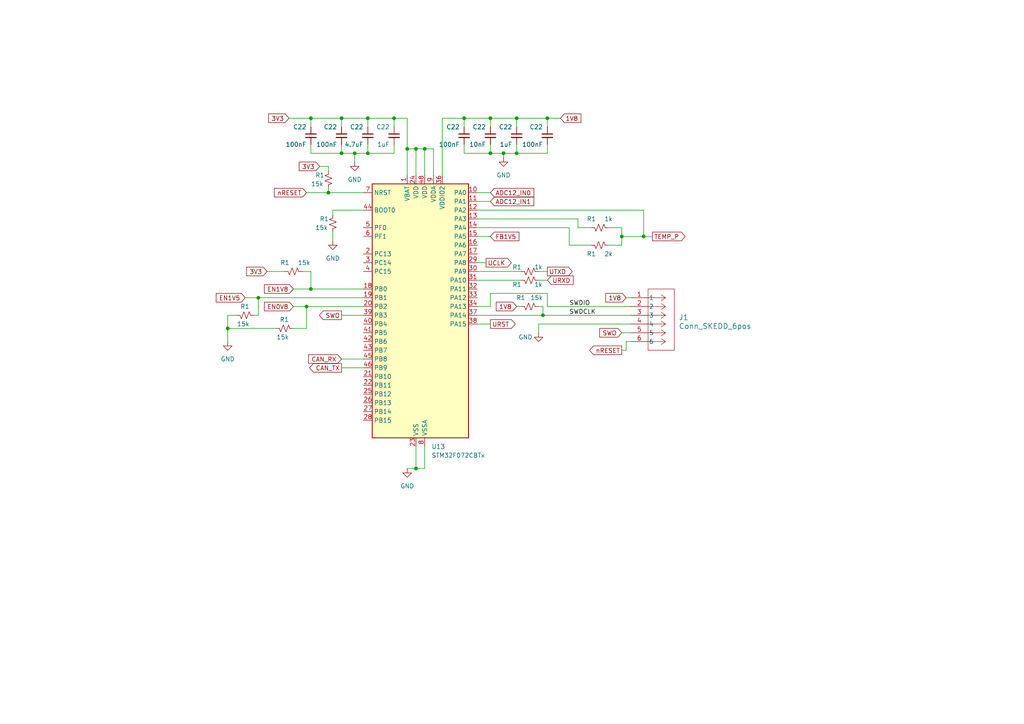
<source format=kicad_sch>
(kicad_sch (version 20230121) (generator eeschema)

  (uuid 385b0321-4afd-41d8-af13-4dc9c1f464fc)

  (paper "A4")

  (lib_symbols
    (symbol "Device:C_Small" (pin_numbers hide) (pin_names (offset 0.254) hide) (in_bom yes) (on_board yes)
      (property "Reference" "C" (at 0.254 1.778 0)
        (effects (font (size 1.27 1.27)) (justify left))
      )
      (property "Value" "C_Small" (at 0.254 -2.032 0)
        (effects (font (size 1.27 1.27)) (justify left))
      )
      (property "Footprint" "" (at 0 0 0)
        (effects (font (size 1.27 1.27)) hide)
      )
      (property "Datasheet" "~" (at 0 0 0)
        (effects (font (size 1.27 1.27)) hide)
      )
      (property "ki_keywords" "capacitor cap" (at 0 0 0)
        (effects (font (size 1.27 1.27)) hide)
      )
      (property "ki_description" "Unpolarized capacitor, small symbol" (at 0 0 0)
        (effects (font (size 1.27 1.27)) hide)
      )
      (property "ki_fp_filters" "C_*" (at 0 0 0)
        (effects (font (size 1.27 1.27)) hide)
      )
      (symbol "C_Small_0_1"
        (polyline
          (pts
            (xy -1.524 -0.508)
            (xy 1.524 -0.508)
          )
          (stroke (width 0.3302) (type default))
          (fill (type none))
        )
        (polyline
          (pts
            (xy -1.524 0.508)
            (xy 1.524 0.508)
          )
          (stroke (width 0.3048) (type default))
          (fill (type none))
        )
      )
      (symbol "C_Small_1_1"
        (pin passive line (at 0 2.54 270) (length 2.032)
          (name "~" (effects (font (size 1.27 1.27))))
          (number "1" (effects (font (size 1.27 1.27))))
        )
        (pin passive line (at 0 -2.54 90) (length 2.032)
          (name "~" (effects (font (size 1.27 1.27))))
          (number "2" (effects (font (size 1.27 1.27))))
        )
      )
    )
    (symbol "Device:R_Small_US" (pin_numbers hide) (pin_names (offset 0.254) hide) (in_bom yes) (on_board yes)
      (property "Reference" "R" (at 0.762 0.508 0)
        (effects (font (size 1.27 1.27)) (justify left))
      )
      (property "Value" "R_Small_US" (at 0.762 -1.016 0)
        (effects (font (size 1.27 1.27)) (justify left))
      )
      (property "Footprint" "" (at 0 0 0)
        (effects (font (size 1.27 1.27)) hide)
      )
      (property "Datasheet" "~" (at 0 0 0)
        (effects (font (size 1.27 1.27)) hide)
      )
      (property "ki_keywords" "r resistor" (at 0 0 0)
        (effects (font (size 1.27 1.27)) hide)
      )
      (property "ki_description" "Resistor, small US symbol" (at 0 0 0)
        (effects (font (size 1.27 1.27)) hide)
      )
      (property "ki_fp_filters" "R_*" (at 0 0 0)
        (effects (font (size 1.27 1.27)) hide)
      )
      (symbol "R_Small_US_1_1"
        (polyline
          (pts
            (xy 0 0)
            (xy 1.016 -0.381)
            (xy 0 -0.762)
            (xy -1.016 -1.143)
            (xy 0 -1.524)
          )
          (stroke (width 0) (type default))
          (fill (type none))
        )
        (polyline
          (pts
            (xy 0 1.524)
            (xy 1.016 1.143)
            (xy 0 0.762)
            (xy -1.016 0.381)
            (xy 0 0)
          )
          (stroke (width 0) (type default))
          (fill (type none))
        )
        (pin passive line (at 0 2.54 270) (length 1.016)
          (name "~" (effects (font (size 1.27 1.27))))
          (number "1" (effects (font (size 1.27 1.27))))
        )
        (pin passive line (at 0 -2.54 90) (length 1.016)
          (name "~" (effects (font (size 1.27 1.27))))
          (number "2" (effects (font (size 1.27 1.27))))
        )
      )
    )
    (symbol "MCU_ST_STM32F0:STM32F072CBTx" (in_bom yes) (on_board yes)
      (property "Reference" "U" (at -12.7 39.37 0)
        (effects (font (size 1.27 1.27)) (justify left))
      )
      (property "Value" "STM32F072CBTx" (at 10.16 39.37 0)
        (effects (font (size 1.27 1.27)) (justify left))
      )
      (property "Footprint" "Package_QFP:LQFP-48_7x7mm_P0.5mm" (at -12.7 -35.56 0)
        (effects (font (size 1.27 1.27)) (justify right) hide)
      )
      (property "Datasheet" "https://www.st.com/resource/en/datasheet/stm32f072cb.pdf" (at 0 0 0)
        (effects (font (size 1.27 1.27)) hide)
      )
      (property "ki_locked" "" (at 0 0 0)
        (effects (font (size 1.27 1.27)))
      )
      (property "ki_keywords" "Arm Cortex-M0 STM32F0 STM32F0x2" (at 0 0 0)
        (effects (font (size 1.27 1.27)) hide)
      )
      (property "ki_description" "STMicroelectronics Arm Cortex-M0 MCU, 128KB flash, 16KB RAM, 48 MHz, 2.0-3.6V, 37 GPIO, LQFP48" (at 0 0 0)
        (effects (font (size 1.27 1.27)) hide)
      )
      (property "ki_fp_filters" "LQFP*7x7mm*P0.5mm*" (at 0 0 0)
        (effects (font (size 1.27 1.27)) hide)
      )
      (symbol "STM32F072CBTx_0_1"
        (rectangle (start -12.7 -35.56) (end 15.24 38.1)
          (stroke (width 0.254) (type default))
          (fill (type background))
        )
      )
      (symbol "STM32F072CBTx_1_1"
        (pin power_in line (at -2.54 40.64 270) (length 2.54)
          (name "VBAT" (effects (font (size 1.27 1.27))))
          (number "1" (effects (font (size 1.27 1.27))))
        )
        (pin bidirectional line (at 17.78 35.56 180) (length 2.54)
          (name "PA0" (effects (font (size 1.27 1.27))))
          (number "10" (effects (font (size 1.27 1.27))))
          (alternate "ADC_IN0" bidirectional line)
          (alternate "COMP1_INM" bidirectional line)
          (alternate "COMP1_OUT" bidirectional line)
          (alternate "RTC_TAMP2" bidirectional line)
          (alternate "SYS_WKUP1" bidirectional line)
          (alternate "TIM2_CH1" bidirectional line)
          (alternate "TIM2_ETR" bidirectional line)
          (alternate "TSC_G1_IO1" bidirectional line)
          (alternate "USART2_CTS" bidirectional line)
          (alternate "USART4_TX" bidirectional line)
        )
        (pin bidirectional line (at 17.78 33.02 180) (length 2.54)
          (name "PA1" (effects (font (size 1.27 1.27))))
          (number "11" (effects (font (size 1.27 1.27))))
          (alternate "ADC_IN1" bidirectional line)
          (alternate "COMP1_INP" bidirectional line)
          (alternate "TIM15_CH1N" bidirectional line)
          (alternate "TIM2_CH2" bidirectional line)
          (alternate "TSC_G1_IO2" bidirectional line)
          (alternate "USART2_DE" bidirectional line)
          (alternate "USART2_RTS" bidirectional line)
          (alternate "USART4_RX" bidirectional line)
        )
        (pin bidirectional line (at 17.78 30.48 180) (length 2.54)
          (name "PA2" (effects (font (size 1.27 1.27))))
          (number "12" (effects (font (size 1.27 1.27))))
          (alternate "ADC_IN2" bidirectional line)
          (alternate "COMP2_INM" bidirectional line)
          (alternate "COMP2_OUT" bidirectional line)
          (alternate "SYS_WKUP4" bidirectional line)
          (alternate "TIM15_CH1" bidirectional line)
          (alternate "TIM2_CH3" bidirectional line)
          (alternate "TSC_G1_IO3" bidirectional line)
          (alternate "USART2_TX" bidirectional line)
        )
        (pin bidirectional line (at 17.78 27.94 180) (length 2.54)
          (name "PA3" (effects (font (size 1.27 1.27))))
          (number "13" (effects (font (size 1.27 1.27))))
          (alternate "ADC_IN3" bidirectional line)
          (alternate "COMP2_INP" bidirectional line)
          (alternate "TIM15_CH2" bidirectional line)
          (alternate "TIM2_CH4" bidirectional line)
          (alternate "TSC_G1_IO4" bidirectional line)
          (alternate "USART2_RX" bidirectional line)
        )
        (pin bidirectional line (at 17.78 25.4 180) (length 2.54)
          (name "PA4" (effects (font (size 1.27 1.27))))
          (number "14" (effects (font (size 1.27 1.27))))
          (alternate "ADC_IN4" bidirectional line)
          (alternate "COMP1_INM" bidirectional line)
          (alternate "COMP2_INM" bidirectional line)
          (alternate "DAC_OUT1" bidirectional line)
          (alternate "I2S1_WS" bidirectional line)
          (alternate "SPI1_NSS" bidirectional line)
          (alternate "TIM14_CH1" bidirectional line)
          (alternate "TSC_G2_IO1" bidirectional line)
          (alternate "USART2_CK" bidirectional line)
        )
        (pin bidirectional line (at 17.78 22.86 180) (length 2.54)
          (name "PA5" (effects (font (size 1.27 1.27))))
          (number "15" (effects (font (size 1.27 1.27))))
          (alternate "ADC_IN5" bidirectional line)
          (alternate "CEC" bidirectional line)
          (alternate "COMP1_INM" bidirectional line)
          (alternate "COMP2_INM" bidirectional line)
          (alternate "DAC_OUT2" bidirectional line)
          (alternate "I2S1_CK" bidirectional line)
          (alternate "SPI1_SCK" bidirectional line)
          (alternate "TIM2_CH1" bidirectional line)
          (alternate "TIM2_ETR" bidirectional line)
          (alternate "TSC_G2_IO2" bidirectional line)
        )
        (pin bidirectional line (at 17.78 20.32 180) (length 2.54)
          (name "PA6" (effects (font (size 1.27 1.27))))
          (number "16" (effects (font (size 1.27 1.27))))
          (alternate "ADC_IN6" bidirectional line)
          (alternate "COMP1_OUT" bidirectional line)
          (alternate "I2S1_MCK" bidirectional line)
          (alternate "SPI1_MISO" bidirectional line)
          (alternate "TIM16_CH1" bidirectional line)
          (alternate "TIM1_BKIN" bidirectional line)
          (alternate "TIM3_CH1" bidirectional line)
          (alternate "TSC_G2_IO3" bidirectional line)
          (alternate "USART3_CTS" bidirectional line)
        )
        (pin bidirectional line (at 17.78 17.78 180) (length 2.54)
          (name "PA7" (effects (font (size 1.27 1.27))))
          (number "17" (effects (font (size 1.27 1.27))))
          (alternate "ADC_IN7" bidirectional line)
          (alternate "COMP2_OUT" bidirectional line)
          (alternate "I2S1_SD" bidirectional line)
          (alternate "SPI1_MOSI" bidirectional line)
          (alternate "TIM14_CH1" bidirectional line)
          (alternate "TIM17_CH1" bidirectional line)
          (alternate "TIM1_CH1N" bidirectional line)
          (alternate "TIM3_CH2" bidirectional line)
          (alternate "TSC_G2_IO4" bidirectional line)
        )
        (pin bidirectional line (at -15.24 7.62 0) (length 2.54)
          (name "PB0" (effects (font (size 1.27 1.27))))
          (number "18" (effects (font (size 1.27 1.27))))
          (alternate "ADC_IN8" bidirectional line)
          (alternate "TIM1_CH2N" bidirectional line)
          (alternate "TIM3_CH3" bidirectional line)
          (alternate "TSC_G3_IO2" bidirectional line)
          (alternate "USART3_CK" bidirectional line)
        )
        (pin bidirectional line (at -15.24 5.08 0) (length 2.54)
          (name "PB1" (effects (font (size 1.27 1.27))))
          (number "19" (effects (font (size 1.27 1.27))))
          (alternate "ADC_IN9" bidirectional line)
          (alternate "TIM14_CH1" bidirectional line)
          (alternate "TIM1_CH3N" bidirectional line)
          (alternate "TIM3_CH4" bidirectional line)
          (alternate "TSC_G3_IO3" bidirectional line)
          (alternate "USART3_DE" bidirectional line)
          (alternate "USART3_RTS" bidirectional line)
        )
        (pin bidirectional line (at -15.24 17.78 0) (length 2.54)
          (name "PC13" (effects (font (size 1.27 1.27))))
          (number "2" (effects (font (size 1.27 1.27))))
          (alternate "RTC_OUT_ALARM" bidirectional line)
          (alternate "RTC_OUT_CALIB" bidirectional line)
          (alternate "RTC_TAMP1" bidirectional line)
          (alternate "RTC_TS" bidirectional line)
          (alternate "SYS_WKUP2" bidirectional line)
        )
        (pin bidirectional line (at -15.24 2.54 0) (length 2.54)
          (name "PB2" (effects (font (size 1.27 1.27))))
          (number "20" (effects (font (size 1.27 1.27))))
          (alternate "TSC_G3_IO4" bidirectional line)
        )
        (pin bidirectional line (at -15.24 -17.78 0) (length 2.54)
          (name "PB10" (effects (font (size 1.27 1.27))))
          (number "21" (effects (font (size 1.27 1.27))))
          (alternate "CEC" bidirectional line)
          (alternate "I2C2_SCL" bidirectional line)
          (alternate "I2S2_CK" bidirectional line)
          (alternate "SPI2_SCK" bidirectional line)
          (alternate "TIM2_CH3" bidirectional line)
          (alternate "TSC_SYNC" bidirectional line)
          (alternate "USART3_TX" bidirectional line)
        )
        (pin bidirectional line (at -15.24 -20.32 0) (length 2.54)
          (name "PB11" (effects (font (size 1.27 1.27))))
          (number "22" (effects (font (size 1.27 1.27))))
          (alternate "I2C2_SDA" bidirectional line)
          (alternate "TIM2_CH4" bidirectional line)
          (alternate "TSC_G6_IO1" bidirectional line)
          (alternate "USART3_RX" bidirectional line)
        )
        (pin power_in line (at 0 -38.1 90) (length 2.54)
          (name "VSS" (effects (font (size 1.27 1.27))))
          (number "23" (effects (font (size 1.27 1.27))))
        )
        (pin power_in line (at 0 40.64 270) (length 2.54)
          (name "VDD" (effects (font (size 1.27 1.27))))
          (number "24" (effects (font (size 1.27 1.27))))
        )
        (pin bidirectional line (at -15.24 -22.86 0) (length 2.54)
          (name "PB12" (effects (font (size 1.27 1.27))))
          (number "25" (effects (font (size 1.27 1.27))))
          (alternate "I2S2_WS" bidirectional line)
          (alternate "SPI2_NSS" bidirectional line)
          (alternate "TIM15_BKIN" bidirectional line)
          (alternate "TIM1_BKIN" bidirectional line)
          (alternate "TSC_G6_IO2" bidirectional line)
          (alternate "USART3_CK" bidirectional line)
        )
        (pin bidirectional line (at -15.24 -25.4 0) (length 2.54)
          (name "PB13" (effects (font (size 1.27 1.27))))
          (number "26" (effects (font (size 1.27 1.27))))
          (alternate "I2C2_SCL" bidirectional line)
          (alternate "I2S2_CK" bidirectional line)
          (alternate "SPI2_SCK" bidirectional line)
          (alternate "TIM1_CH1N" bidirectional line)
          (alternate "TSC_G6_IO3" bidirectional line)
          (alternate "USART3_CTS" bidirectional line)
        )
        (pin bidirectional line (at -15.24 -27.94 0) (length 2.54)
          (name "PB14" (effects (font (size 1.27 1.27))))
          (number "27" (effects (font (size 1.27 1.27))))
          (alternate "I2C2_SDA" bidirectional line)
          (alternate "I2S2_MCK" bidirectional line)
          (alternate "SPI2_MISO" bidirectional line)
          (alternate "TIM15_CH1" bidirectional line)
          (alternate "TIM1_CH2N" bidirectional line)
          (alternate "TSC_G6_IO4" bidirectional line)
          (alternate "USART3_DE" bidirectional line)
          (alternate "USART3_RTS" bidirectional line)
        )
        (pin bidirectional line (at -15.24 -30.48 0) (length 2.54)
          (name "PB15" (effects (font (size 1.27 1.27))))
          (number "28" (effects (font (size 1.27 1.27))))
          (alternate "I2S2_SD" bidirectional line)
          (alternate "RTC_REFIN" bidirectional line)
          (alternate "SPI2_MOSI" bidirectional line)
          (alternate "SYS_WKUP7" bidirectional line)
          (alternate "TIM15_CH1N" bidirectional line)
          (alternate "TIM15_CH2" bidirectional line)
          (alternate "TIM1_CH3N" bidirectional line)
        )
        (pin bidirectional line (at 17.78 15.24 180) (length 2.54)
          (name "PA8" (effects (font (size 1.27 1.27))))
          (number "29" (effects (font (size 1.27 1.27))))
          (alternate "CRS_SYNC" bidirectional line)
          (alternate "RCC_MCO" bidirectional line)
          (alternate "TIM1_CH1" bidirectional line)
          (alternate "USART1_CK" bidirectional line)
        )
        (pin bidirectional line (at -15.24 15.24 0) (length 2.54)
          (name "PC14" (effects (font (size 1.27 1.27))))
          (number "3" (effects (font (size 1.27 1.27))))
          (alternate "RCC_OSC32_IN" bidirectional line)
        )
        (pin bidirectional line (at 17.78 12.7 180) (length 2.54)
          (name "PA9" (effects (font (size 1.27 1.27))))
          (number "30" (effects (font (size 1.27 1.27))))
          (alternate "DAC_EXTI9" bidirectional line)
          (alternate "TIM15_BKIN" bidirectional line)
          (alternate "TIM1_CH2" bidirectional line)
          (alternate "TSC_G4_IO1" bidirectional line)
          (alternate "USART1_TX" bidirectional line)
        )
        (pin bidirectional line (at 17.78 10.16 180) (length 2.54)
          (name "PA10" (effects (font (size 1.27 1.27))))
          (number "31" (effects (font (size 1.27 1.27))))
          (alternate "TIM17_BKIN" bidirectional line)
          (alternate "TIM1_CH3" bidirectional line)
          (alternate "TSC_G4_IO2" bidirectional line)
          (alternate "USART1_RX" bidirectional line)
        )
        (pin bidirectional line (at 17.78 7.62 180) (length 2.54)
          (name "PA11" (effects (font (size 1.27 1.27))))
          (number "32" (effects (font (size 1.27 1.27))))
          (alternate "CAN_RX" bidirectional line)
          (alternate "COMP1_OUT" bidirectional line)
          (alternate "TIM1_CH4" bidirectional line)
          (alternate "TSC_G4_IO3" bidirectional line)
          (alternate "USART1_CTS" bidirectional line)
          (alternate "USB_DM" bidirectional line)
        )
        (pin bidirectional line (at 17.78 5.08 180) (length 2.54)
          (name "PA12" (effects (font (size 1.27 1.27))))
          (number "33" (effects (font (size 1.27 1.27))))
          (alternate "CAN_TX" bidirectional line)
          (alternate "COMP2_OUT" bidirectional line)
          (alternate "TIM1_ETR" bidirectional line)
          (alternate "TSC_G4_IO4" bidirectional line)
          (alternate "USART1_DE" bidirectional line)
          (alternate "USART1_RTS" bidirectional line)
          (alternate "USB_DP" bidirectional line)
        )
        (pin bidirectional line (at 17.78 2.54 180) (length 2.54)
          (name "PA13" (effects (font (size 1.27 1.27))))
          (number "34" (effects (font (size 1.27 1.27))))
          (alternate "IR_OUT" bidirectional line)
          (alternate "SYS_SWDIO" bidirectional line)
          (alternate "USB_NOE" bidirectional line)
        )
        (pin passive line (at 0 -38.1 90) (length 2.54) hide
          (name "VSS" (effects (font (size 1.27 1.27))))
          (number "35" (effects (font (size 1.27 1.27))))
        )
        (pin power_in line (at 7.62 40.64 270) (length 2.54)
          (name "VDDIO2" (effects (font (size 1.27 1.27))))
          (number "36" (effects (font (size 1.27 1.27))))
        )
        (pin bidirectional line (at 17.78 0 180) (length 2.54)
          (name "PA14" (effects (font (size 1.27 1.27))))
          (number "37" (effects (font (size 1.27 1.27))))
          (alternate "SYS_SWCLK" bidirectional line)
          (alternate "USART2_TX" bidirectional line)
        )
        (pin bidirectional line (at 17.78 -2.54 180) (length 2.54)
          (name "PA15" (effects (font (size 1.27 1.27))))
          (number "38" (effects (font (size 1.27 1.27))))
          (alternate "I2S1_WS" bidirectional line)
          (alternate "SPI1_NSS" bidirectional line)
          (alternate "TIM2_CH1" bidirectional line)
          (alternate "TIM2_ETR" bidirectional line)
          (alternate "USART2_RX" bidirectional line)
          (alternate "USART4_DE" bidirectional line)
          (alternate "USART4_RTS" bidirectional line)
        )
        (pin bidirectional line (at -15.24 0 0) (length 2.54)
          (name "PB3" (effects (font (size 1.27 1.27))))
          (number "39" (effects (font (size 1.27 1.27))))
          (alternate "I2S1_CK" bidirectional line)
          (alternate "SPI1_SCK" bidirectional line)
          (alternate "TIM2_CH2" bidirectional line)
          (alternate "TSC_G5_IO1" bidirectional line)
        )
        (pin bidirectional line (at -15.24 12.7 0) (length 2.54)
          (name "PC15" (effects (font (size 1.27 1.27))))
          (number "4" (effects (font (size 1.27 1.27))))
          (alternate "RCC_OSC32_OUT" bidirectional line)
        )
        (pin bidirectional line (at -15.24 -2.54 0) (length 2.54)
          (name "PB4" (effects (font (size 1.27 1.27))))
          (number "40" (effects (font (size 1.27 1.27))))
          (alternate "I2S1_MCK" bidirectional line)
          (alternate "SPI1_MISO" bidirectional line)
          (alternate "TIM17_BKIN" bidirectional line)
          (alternate "TIM3_CH1" bidirectional line)
          (alternate "TSC_G5_IO2" bidirectional line)
        )
        (pin bidirectional line (at -15.24 -5.08 0) (length 2.54)
          (name "PB5" (effects (font (size 1.27 1.27))))
          (number "41" (effects (font (size 1.27 1.27))))
          (alternate "I2C1_SMBA" bidirectional line)
          (alternate "I2S1_SD" bidirectional line)
          (alternate "SPI1_MOSI" bidirectional line)
          (alternate "SYS_WKUP6" bidirectional line)
          (alternate "TIM16_BKIN" bidirectional line)
          (alternate "TIM3_CH2" bidirectional line)
        )
        (pin bidirectional line (at -15.24 -7.62 0) (length 2.54)
          (name "PB6" (effects (font (size 1.27 1.27))))
          (number "42" (effects (font (size 1.27 1.27))))
          (alternate "I2C1_SCL" bidirectional line)
          (alternate "TIM16_CH1N" bidirectional line)
          (alternate "TSC_G5_IO3" bidirectional line)
          (alternate "USART1_TX" bidirectional line)
        )
        (pin bidirectional line (at -15.24 -10.16 0) (length 2.54)
          (name "PB7" (effects (font (size 1.27 1.27))))
          (number "43" (effects (font (size 1.27 1.27))))
          (alternate "I2C1_SDA" bidirectional line)
          (alternate "TIM17_CH1N" bidirectional line)
          (alternate "TSC_G5_IO4" bidirectional line)
          (alternate "USART1_RX" bidirectional line)
          (alternate "USART4_CTS" bidirectional line)
        )
        (pin input line (at -15.24 30.48 0) (length 2.54)
          (name "BOOT0" (effects (font (size 1.27 1.27))))
          (number "44" (effects (font (size 1.27 1.27))))
        )
        (pin bidirectional line (at -15.24 -12.7 0) (length 2.54)
          (name "PB8" (effects (font (size 1.27 1.27))))
          (number "45" (effects (font (size 1.27 1.27))))
          (alternate "CAN_RX" bidirectional line)
          (alternate "CEC" bidirectional line)
          (alternate "I2C1_SCL" bidirectional line)
          (alternate "TIM16_CH1" bidirectional line)
          (alternate "TSC_SYNC" bidirectional line)
        )
        (pin bidirectional line (at -15.24 -15.24 0) (length 2.54)
          (name "PB9" (effects (font (size 1.27 1.27))))
          (number "46" (effects (font (size 1.27 1.27))))
          (alternate "CAN_TX" bidirectional line)
          (alternate "DAC_EXTI9" bidirectional line)
          (alternate "I2C1_SDA" bidirectional line)
          (alternate "I2S2_WS" bidirectional line)
          (alternate "IR_OUT" bidirectional line)
          (alternate "SPI2_NSS" bidirectional line)
          (alternate "TIM17_CH1" bidirectional line)
        )
        (pin passive line (at 0 -38.1 90) (length 2.54) hide
          (name "VSS" (effects (font (size 1.27 1.27))))
          (number "47" (effects (font (size 1.27 1.27))))
        )
        (pin power_in line (at 2.54 40.64 270) (length 2.54)
          (name "VDD" (effects (font (size 1.27 1.27))))
          (number "48" (effects (font (size 1.27 1.27))))
        )
        (pin bidirectional line (at -15.24 25.4 0) (length 2.54)
          (name "PF0" (effects (font (size 1.27 1.27))))
          (number "5" (effects (font (size 1.27 1.27))))
          (alternate "CRS_SYNC" bidirectional line)
          (alternate "RCC_OSC_IN" bidirectional line)
        )
        (pin bidirectional line (at -15.24 22.86 0) (length 2.54)
          (name "PF1" (effects (font (size 1.27 1.27))))
          (number "6" (effects (font (size 1.27 1.27))))
          (alternate "RCC_OSC_OUT" bidirectional line)
        )
        (pin input line (at -15.24 35.56 0) (length 2.54)
          (name "NRST" (effects (font (size 1.27 1.27))))
          (number "7" (effects (font (size 1.27 1.27))))
        )
        (pin power_in line (at 2.54 -38.1 90) (length 2.54)
          (name "VSSA" (effects (font (size 1.27 1.27))))
          (number "8" (effects (font (size 1.27 1.27))))
        )
        (pin power_in line (at 5.08 40.64 270) (length 2.54)
          (name "VDDA" (effects (font (size 1.27 1.27))))
          (number "9" (effects (font (size 1.27 1.27))))
        )
      )
    )
    (symbol "mineapple_scratch:Conn_SKEDD_6pos" (pin_names (offset 0.254)) (in_bom yes) (on_board yes)
      (property "Reference" "J" (at 8.89 6.35 0)
        (effects (font (size 1.524 1.524)))
      )
      (property "Value" "Conn_SKEDD_6pos" (at 7.62 -16.51 0)
        (effects (font (size 1.524 1.524)))
      )
      (property "Footprint" "CONN6_490107670612_WRE" (at 1.27 3.81 0)
        (effects (font (size 1.27 1.27) italic) hide)
      )
      (property "Datasheet" "490107670612" (at 7.62 -19.05 0)
        (effects (font (size 1.27 1.27) italic) hide)
      )
      (property "ki_locked" "" (at 0 0 0)
        (effects (font (size 1.27 1.27)))
      )
      (property "ki_keywords" "490107670612" (at 0 0 0)
        (effects (font (size 1.27 1.27)) hide)
      )
      (property "ki_fp_filters" "CONN6_490107670612_WRE" (at 0 0 0)
        (effects (font (size 1.27 1.27)) hide)
      )
      (symbol "Conn_SKEDD_6pos_1_1"
        (polyline
          (pts
            (xy 5.08 -15.24)
            (xy 12.7 -15.24)
          )
          (stroke (width 0.127) (type default))
          (fill (type none))
        )
        (polyline
          (pts
            (xy 5.08 2.54)
            (xy 5.08 -15.24)
          )
          (stroke (width 0.127) (type default))
          (fill (type none))
        )
        (polyline
          (pts
            (xy 10.16 -12.7)
            (xy 5.08 -12.7)
          )
          (stroke (width 0.127) (type default))
          (fill (type none))
        )
        (polyline
          (pts
            (xy 10.16 -12.7)
            (xy 8.89 -13.5467)
          )
          (stroke (width 0.127) (type default))
          (fill (type none))
        )
        (polyline
          (pts
            (xy 10.16 -12.7)
            (xy 8.89 -11.8533)
          )
          (stroke (width 0.127) (type default))
          (fill (type none))
        )
        (polyline
          (pts
            (xy 10.16 -10.16)
            (xy 5.08 -10.16)
          )
          (stroke (width 0.127) (type default))
          (fill (type none))
        )
        (polyline
          (pts
            (xy 10.16 -10.16)
            (xy 8.89 -11.0067)
          )
          (stroke (width 0.127) (type default))
          (fill (type none))
        )
        (polyline
          (pts
            (xy 10.16 -10.16)
            (xy 8.89 -9.3133)
          )
          (stroke (width 0.127) (type default))
          (fill (type none))
        )
        (polyline
          (pts
            (xy 10.16 -7.62)
            (xy 5.08 -7.62)
          )
          (stroke (width 0.127) (type default))
          (fill (type none))
        )
        (polyline
          (pts
            (xy 10.16 -7.62)
            (xy 8.89 -8.4667)
          )
          (stroke (width 0.127) (type default))
          (fill (type none))
        )
        (polyline
          (pts
            (xy 10.16 -7.62)
            (xy 8.89 -6.7733)
          )
          (stroke (width 0.127) (type default))
          (fill (type none))
        )
        (polyline
          (pts
            (xy 10.16 -5.08)
            (xy 5.08 -5.08)
          )
          (stroke (width 0.127) (type default))
          (fill (type none))
        )
        (polyline
          (pts
            (xy 10.16 -5.08)
            (xy 8.89 -5.9267)
          )
          (stroke (width 0.127) (type default))
          (fill (type none))
        )
        (polyline
          (pts
            (xy 10.16 -5.08)
            (xy 8.89 -4.2333)
          )
          (stroke (width 0.127) (type default))
          (fill (type none))
        )
        (polyline
          (pts
            (xy 10.16 -2.54)
            (xy 5.08 -2.54)
          )
          (stroke (width 0.127) (type default))
          (fill (type none))
        )
        (polyline
          (pts
            (xy 10.16 -2.54)
            (xy 8.89 -3.3867)
          )
          (stroke (width 0.127) (type default))
          (fill (type none))
        )
        (polyline
          (pts
            (xy 10.16 -2.54)
            (xy 8.89 -1.6933)
          )
          (stroke (width 0.127) (type default))
          (fill (type none))
        )
        (polyline
          (pts
            (xy 10.16 0)
            (xy 5.08 0)
          )
          (stroke (width 0.127) (type default))
          (fill (type none))
        )
        (polyline
          (pts
            (xy 10.16 0)
            (xy 8.89 -0.8467)
          )
          (stroke (width 0.127) (type default))
          (fill (type none))
        )
        (polyline
          (pts
            (xy 10.16 0)
            (xy 8.89 0.8467)
          )
          (stroke (width 0.127) (type default))
          (fill (type none))
        )
        (polyline
          (pts
            (xy 12.7 -15.24)
            (xy 12.7 2.54)
          )
          (stroke (width 0.127) (type default))
          (fill (type none))
        )
        (polyline
          (pts
            (xy 12.7 2.54)
            (xy 5.08 2.54)
          )
          (stroke (width 0.127) (type default))
          (fill (type none))
        )
        (pin unspecified line (at 0 0 0) (length 5.08)
          (name "1" (effects (font (size 1.27 1.27))))
          (number "1" (effects (font (size 1.27 1.27))))
        )
        (pin unspecified line (at 0 -2.54 0) (length 5.08)
          (name "2" (effects (font (size 1.27 1.27))))
          (number "2" (effects (font (size 1.27 1.27))))
        )
        (pin unspecified line (at 0 -5.08 0) (length 5.08)
          (name "3" (effects (font (size 1.27 1.27))))
          (number "3" (effects (font (size 1.27 1.27))))
        )
        (pin unspecified line (at 0 -7.62 0) (length 5.08)
          (name "4" (effects (font (size 1.27 1.27))))
          (number "4" (effects (font (size 1.27 1.27))))
        )
        (pin unspecified line (at 0 -10.16 0) (length 5.08)
          (name "5" (effects (font (size 1.27 1.27))))
          (number "5" (effects (font (size 1.27 1.27))))
        )
        (pin unspecified line (at 0 -12.7 0) (length 5.08)
          (name "6" (effects (font (size 1.27 1.27))))
          (number "6" (effects (font (size 1.27 1.27))))
        )
      )
      (symbol "Conn_SKEDD_6pos_1_2"
        (polyline
          (pts
            (xy 5.08 -15.24)
            (xy 12.7 -15.24)
          )
          (stroke (width 0.127) (type default))
          (fill (type none))
        )
        (polyline
          (pts
            (xy 5.08 2.54)
            (xy 5.08 -15.24)
          )
          (stroke (width 0.127) (type default))
          (fill (type none))
        )
        (polyline
          (pts
            (xy 7.62 -12.7)
            (xy 5.08 -12.7)
          )
          (stroke (width 0.127) (type default))
          (fill (type none))
        )
        (polyline
          (pts
            (xy 7.62 -12.7)
            (xy 8.89 -13.5467)
          )
          (stroke (width 0.127) (type default))
          (fill (type none))
        )
        (polyline
          (pts
            (xy 7.62 -12.7)
            (xy 8.89 -11.8533)
          )
          (stroke (width 0.127) (type default))
          (fill (type none))
        )
        (polyline
          (pts
            (xy 7.62 -10.16)
            (xy 5.08 -10.16)
          )
          (stroke (width 0.127) (type default))
          (fill (type none))
        )
        (polyline
          (pts
            (xy 7.62 -10.16)
            (xy 8.89 -11.0067)
          )
          (stroke (width 0.127) (type default))
          (fill (type none))
        )
        (polyline
          (pts
            (xy 7.62 -10.16)
            (xy 8.89 -9.3133)
          )
          (stroke (width 0.127) (type default))
          (fill (type none))
        )
        (polyline
          (pts
            (xy 7.62 -7.62)
            (xy 5.08 -7.62)
          )
          (stroke (width 0.127) (type default))
          (fill (type none))
        )
        (polyline
          (pts
            (xy 7.62 -7.62)
            (xy 8.89 -8.4667)
          )
          (stroke (width 0.127) (type default))
          (fill (type none))
        )
        (polyline
          (pts
            (xy 7.62 -7.62)
            (xy 8.89 -6.7733)
          )
          (stroke (width 0.127) (type default))
          (fill (type none))
        )
        (polyline
          (pts
            (xy 7.62 -5.08)
            (xy 5.08 -5.08)
          )
          (stroke (width 0.127) (type default))
          (fill (type none))
        )
        (polyline
          (pts
            (xy 7.62 -5.08)
            (xy 8.89 -5.9267)
          )
          (stroke (width 0.127) (type default))
          (fill (type none))
        )
        (polyline
          (pts
            (xy 7.62 -5.08)
            (xy 8.89 -4.2333)
          )
          (stroke (width 0.127) (type default))
          (fill (type none))
        )
        (polyline
          (pts
            (xy 7.62 -2.54)
            (xy 5.08 -2.54)
          )
          (stroke (width 0.127) (type default))
          (fill (type none))
        )
        (polyline
          (pts
            (xy 7.62 -2.54)
            (xy 8.89 -3.3867)
          )
          (stroke (width 0.127) (type default))
          (fill (type none))
        )
        (polyline
          (pts
            (xy 7.62 -2.54)
            (xy 8.89 -1.6933)
          )
          (stroke (width 0.127) (type default))
          (fill (type none))
        )
        (polyline
          (pts
            (xy 7.62 0)
            (xy 5.08 0)
          )
          (stroke (width 0.127) (type default))
          (fill (type none))
        )
        (polyline
          (pts
            (xy 7.62 0)
            (xy 8.89 -0.8467)
          )
          (stroke (width 0.127) (type default))
          (fill (type none))
        )
        (polyline
          (pts
            (xy 7.62 0)
            (xy 8.89 0.8467)
          )
          (stroke (width 0.127) (type default))
          (fill (type none))
        )
        (polyline
          (pts
            (xy 12.7 -15.24)
            (xy 12.7 2.54)
          )
          (stroke (width 0.127) (type default))
          (fill (type none))
        )
        (polyline
          (pts
            (xy 12.7 2.54)
            (xy 5.08 2.54)
          )
          (stroke (width 0.127) (type default))
          (fill (type none))
        )
        (pin unspecified line (at 0 0 0) (length 5.08)
          (name "1" (effects (font (size 1.27 1.27))))
          (number "1" (effects (font (size 1.27 1.27))))
        )
        (pin unspecified line (at 0 -2.54 0) (length 5.08)
          (name "2" (effects (font (size 1.27 1.27))))
          (number "2" (effects (font (size 1.27 1.27))))
        )
        (pin unspecified line (at 0 -5.08 0) (length 5.08)
          (name "3" (effects (font (size 1.27 1.27))))
          (number "3" (effects (font (size 1.27 1.27))))
        )
        (pin unspecified line (at 0 -7.62 0) (length 5.08)
          (name "4" (effects (font (size 1.27 1.27))))
          (number "4" (effects (font (size 1.27 1.27))))
        )
        (pin unspecified line (at 0 -10.16 0) (length 5.08)
          (name "5" (effects (font (size 1.27 1.27))))
          (number "5" (effects (font (size 1.27 1.27))))
        )
        (pin unspecified line (at 0 -12.7 0) (length 5.08)
          (name "6" (effects (font (size 1.27 1.27))))
          (number "6" (effects (font (size 1.27 1.27))))
        )
      )
    )
    (symbol "power:GND" (power) (pin_names (offset 0)) (in_bom yes) (on_board yes)
      (property "Reference" "#PWR" (at 0 -6.35 0)
        (effects (font (size 1.27 1.27)) hide)
      )
      (property "Value" "GND" (at 0 -3.81 0)
        (effects (font (size 1.27 1.27)))
      )
      (property "Footprint" "" (at 0 0 0)
        (effects (font (size 1.27 1.27)) hide)
      )
      (property "Datasheet" "" (at 0 0 0)
        (effects (font (size 1.27 1.27)) hide)
      )
      (property "ki_keywords" "global power" (at 0 0 0)
        (effects (font (size 1.27 1.27)) hide)
      )
      (property "ki_description" "Power symbol creates a global label with name \"GND\" , ground" (at 0 0 0)
        (effects (font (size 1.27 1.27)) hide)
      )
      (symbol "GND_0_1"
        (polyline
          (pts
            (xy 0 0)
            (xy 0 -1.27)
            (xy 1.27 -1.27)
            (xy 0 -2.54)
            (xy -1.27 -1.27)
            (xy 0 -1.27)
          )
          (stroke (width 0) (type default))
          (fill (type none))
        )
      )
      (symbol "GND_1_1"
        (pin power_in line (at 0 0 270) (length 0) hide
          (name "GND" (effects (font (size 1.27 1.27))))
          (number "1" (effects (font (size 1.27 1.27))))
        )
      )
    )
  )

  (junction (at 120.65 135.89) (diameter 0) (color 0 0 0 0)
    (uuid 3361e83f-e6c2-45eb-8039-536e3000168f)
  )
  (junction (at 142.24 44.45) (diameter 0) (color 0 0 0 0)
    (uuid 3d09caa0-4651-4a56-89ab-cab769c21a0e)
  )
  (junction (at 142.24 34.29) (diameter 0) (color 0 0 0 0)
    (uuid 403da42b-347a-4312-b032-f39eea212108)
  )
  (junction (at 88.9 88.9) (diameter 0) (color 0 0 0 0)
    (uuid 48ea5546-7d2c-49d3-9804-2f0c959d83bd)
  )
  (junction (at 74.93 86.36) (diameter 0) (color 0 0 0 0)
    (uuid 4bf21540-e614-488d-8886-9c86107fb555)
  )
  (junction (at 66.04 95.25) (diameter 0) (color 0 0 0 0)
    (uuid 4c3a4e99-3c54-4b18-a759-9ceb2dd2a0e3)
  )
  (junction (at 149.86 34.29) (diameter 0) (color 0 0 0 0)
    (uuid 533fdde7-5d88-44e8-8a83-78a73eaa207a)
  )
  (junction (at 99.06 44.45) (diameter 0) (color 0 0 0 0)
    (uuid 6c24c3a9-0626-41a1-8db8-eb1929881c27)
  )
  (junction (at 186.69 68.58) (diameter 0) (color 0 0 0 0)
    (uuid 727f8185-9ca6-49bb-9c56-6fc7f790e8ed)
  )
  (junction (at 149.86 44.45) (diameter 0) (color 0 0 0 0)
    (uuid 73f34a0e-3ad7-4edd-9496-c81d79ec9fa7)
  )
  (junction (at 118.11 43.18) (diameter 0) (color 0 0 0 0)
    (uuid 77fc5533-53d5-4676-be0f-05926078a1ba)
  )
  (junction (at 90.17 34.29) (diameter 0) (color 0 0 0 0)
    (uuid 7c932cb3-21be-430a-829a-cf06ccdf1340)
  )
  (junction (at 146.05 44.45) (diameter 0) (color 0 0 0 0)
    (uuid 7e5daa53-dc62-4aca-b43b-19b05d73e81d)
  )
  (junction (at 158.75 34.29) (diameter 0) (color 0 0 0 0)
    (uuid 87984da3-9199-435a-bbe7-c7c9baeff127)
  )
  (junction (at 106.68 44.45) (diameter 0) (color 0 0 0 0)
    (uuid 8b5e741c-c26c-4219-9010-1d233d1b350a)
  )
  (junction (at 99.06 34.29) (diameter 0) (color 0 0 0 0)
    (uuid a6bb827a-5b78-476c-84c5-c41603af710b)
  )
  (junction (at 123.19 43.18) (diameter 0) (color 0 0 0 0)
    (uuid b3a40e73-1694-4911-a63c-11f83cd95761)
  )
  (junction (at 134.62 34.29) (diameter 0) (color 0 0 0 0)
    (uuid bb84f415-c7a1-40ca-96cc-7466bc84ae25)
  )
  (junction (at 106.68 34.29) (diameter 0) (color 0 0 0 0)
    (uuid c14e93bb-b2c1-49c7-929d-5813b3172eaf)
  )
  (junction (at 102.87 44.45) (diameter 0) (color 0 0 0 0)
    (uuid c2cce80a-3a06-4a6a-99ba-90161b8b29f1)
  )
  (junction (at 90.17 83.82) (diameter 0) (color 0 0 0 0)
    (uuid c4d93a9a-5ac1-4cd6-b4d3-2558faf6a421)
  )
  (junction (at 120.65 43.18) (diameter 0) (color 0 0 0 0)
    (uuid e7296188-d958-4cd7-8b50-d452e4e145dd)
  )
  (junction (at 95.25 55.88) (diameter 0) (color 0 0 0 0)
    (uuid ede3356b-61d9-4ce0-b0be-0a488d597c08)
  )
  (junction (at 180.34 68.58) (diameter 0) (color 0 0 0 0)
    (uuid f6fa6e77-526a-48d2-8baf-bfd7606ef0a2)
  )
  (junction (at 114.3 34.29) (diameter 0) (color 0 0 0 0)
    (uuid f7f7cd6a-47b2-449b-a1d0-8653ecc3cff0)
  )
  (junction (at 157.48 91.44) (diameter 0) (color 0 0 0 0)
    (uuid fea231a0-de2a-4549-9c01-58a16c277f9f)
  )

  (wire (pts (xy 186.69 68.58) (xy 180.34 68.58))
    (stroke (width 0) (type default))
    (uuid 01cd2863-680c-441b-a0bd-acd2f7a7f79a)
  )
  (wire (pts (xy 74.93 91.44) (xy 74.93 86.36))
    (stroke (width 0) (type default))
    (uuid 023f5bbc-c549-438d-8221-e1afb788672c)
  )
  (wire (pts (xy 99.06 104.14) (xy 105.41 104.14))
    (stroke (width 0) (type default))
    (uuid 02ca1aab-7730-4ef9-b25c-2285fb9e18ad)
  )
  (wire (pts (xy 120.65 43.18) (xy 123.19 43.18))
    (stroke (width 0) (type default))
    (uuid 0b229263-0ad1-4271-be47-c158e1ea7948)
  )
  (wire (pts (xy 125.73 43.18) (xy 123.19 43.18))
    (stroke (width 0) (type default))
    (uuid 0e0bea7d-4fa2-4372-9641-5dc8e9edcb28)
  )
  (wire (pts (xy 99.06 41.91) (xy 99.06 44.45))
    (stroke (width 0) (type default))
    (uuid 0e871346-2600-4070-b50a-65c7269e32e5)
  )
  (wire (pts (xy 181.61 86.36) (xy 182.88 86.36))
    (stroke (width 0) (type default))
    (uuid 0f03795c-c7de-4887-9cfc-2e11c1efe43d)
  )
  (wire (pts (xy 88.9 55.88) (xy 95.25 55.88))
    (stroke (width 0) (type default))
    (uuid 0f509ad5-7efe-4045-8796-d40df137e2f4)
  )
  (wire (pts (xy 88.9 95.25) (xy 88.9 88.9))
    (stroke (width 0) (type default))
    (uuid 11fd1ed6-09b4-4d35-9bb4-1b68db87e71f)
  )
  (wire (pts (xy 85.09 88.9) (xy 88.9 88.9))
    (stroke (width 0) (type default))
    (uuid 161af4e3-84f7-4aff-ac7c-5140791651eb)
  )
  (wire (pts (xy 181.61 99.06) (xy 182.88 99.06))
    (stroke (width 0) (type default))
    (uuid 19f29297-8a32-4173-84f8-3dd951f73cba)
  )
  (wire (pts (xy 120.65 50.8) (xy 120.65 43.18))
    (stroke (width 0) (type default))
    (uuid 1fa99d64-a60e-4830-961a-0732ed5e2d08)
  )
  (wire (pts (xy 92.71 48.26) (xy 95.25 48.26))
    (stroke (width 0) (type default))
    (uuid 20f4a074-1726-43ad-a51b-3d0e4a0e7d22)
  )
  (wire (pts (xy 90.17 36.83) (xy 90.17 34.29))
    (stroke (width 0) (type default))
    (uuid 21b7e5af-6d7c-4411-bcfe-529545e1e74b)
  )
  (wire (pts (xy 128.27 34.29) (xy 134.62 34.29))
    (stroke (width 0) (type default))
    (uuid 23ad9271-7539-48be-bea5-823d3009d940)
  )
  (wire (pts (xy 90.17 34.29) (xy 99.06 34.29))
    (stroke (width 0) (type default))
    (uuid 25e6477d-905e-41e0-8ad2-7d82ce3de33e)
  )
  (wire (pts (xy 180.34 96.52) (xy 182.88 96.52))
    (stroke (width 0) (type default))
    (uuid 285b1334-ac49-40f0-bec3-95b043a34a63)
  )
  (wire (pts (xy 73.66 91.44) (xy 74.93 91.44))
    (stroke (width 0) (type default))
    (uuid 294e9620-4392-4b4f-a06f-405c32239861)
  )
  (wire (pts (xy 142.24 34.29) (xy 134.62 34.29))
    (stroke (width 0) (type default))
    (uuid 29f1e3c7-4873-41f1-8df0-c8dd1c08d30b)
  )
  (wire (pts (xy 156.21 93.98) (xy 182.88 93.98))
    (stroke (width 0) (type default))
    (uuid 2b6d021e-803e-4de5-b27a-366d0a1d41d9)
  )
  (wire (pts (xy 99.06 34.29) (xy 106.68 34.29))
    (stroke (width 0) (type default))
    (uuid 2c012964-1903-490e-a8a4-932e7ed2bac3)
  )
  (wire (pts (xy 138.43 88.9) (xy 142.24 88.9))
    (stroke (width 0) (type default))
    (uuid 2cb03d72-d91e-42ef-8888-442154a37040)
  )
  (wire (pts (xy 114.3 34.29) (xy 118.11 34.29))
    (stroke (width 0) (type default))
    (uuid 2d611a08-b20d-4959-b237-29a80f7c2dd6)
  )
  (wire (pts (xy 158.75 34.29) (xy 162.56 34.29))
    (stroke (width 0) (type default))
    (uuid 2f080371-5274-4198-9401-6123e226dada)
  )
  (wire (pts (xy 158.75 88.9) (xy 182.88 88.9))
    (stroke (width 0) (type default))
    (uuid 31d33d60-2500-461b-b2f4-956ffd67baa4)
  )
  (wire (pts (xy 90.17 44.45) (xy 99.06 44.45))
    (stroke (width 0) (type default))
    (uuid 392a3bbd-d18a-4a63-bfd3-ecf54aab3e5e)
  )
  (wire (pts (xy 158.75 41.91) (xy 158.75 44.45))
    (stroke (width 0) (type default))
    (uuid 3b1d1f6c-d65c-43b6-a94c-7ac648a93dc1)
  )
  (wire (pts (xy 123.19 129.54) (xy 123.19 135.89))
    (stroke (width 0) (type default))
    (uuid 3c152b09-a980-4f7b-8fa3-9f74ce3544ea)
  )
  (wire (pts (xy 66.04 95.25) (xy 80.01 95.25))
    (stroke (width 0) (type default))
    (uuid 3c56851a-b632-4e08-b6ed-9a017f238e85)
  )
  (wire (pts (xy 128.27 50.8) (xy 128.27 34.29))
    (stroke (width 0) (type default))
    (uuid 3dca4957-1a21-4f3e-a3df-26b887cc0e67)
  )
  (wire (pts (xy 123.19 135.89) (xy 120.65 135.89))
    (stroke (width 0) (type default))
    (uuid 41f3a9d6-9688-4337-b22e-f59c2104515f)
  )
  (wire (pts (xy 146.05 44.45) (xy 149.86 44.45))
    (stroke (width 0) (type default))
    (uuid 42c93cd7-2893-4cba-9d19-07190daf9e9e)
  )
  (wire (pts (xy 167.64 63.5) (xy 138.43 63.5))
    (stroke (width 0) (type default))
    (uuid 449db2c4-9638-4e58-9f24-770748c51567)
  )
  (wire (pts (xy 106.68 34.29) (xy 114.3 34.29))
    (stroke (width 0) (type default))
    (uuid 45cd5b4d-ccf9-44b1-9a1d-4c687155169c)
  )
  (wire (pts (xy 180.34 101.6) (xy 181.61 101.6))
    (stroke (width 0) (type default))
    (uuid 488bc5d2-1f23-4cb8-bf2b-f8ced241442c)
  )
  (wire (pts (xy 149.86 88.9) (xy 151.13 88.9))
    (stroke (width 0) (type default))
    (uuid 4a5e40f9-8092-42cb-b7dd-368f81206daa)
  )
  (wire (pts (xy 118.11 43.18) (xy 120.65 43.18))
    (stroke (width 0) (type default))
    (uuid 4a80073c-0a5f-4e88-ab32-29e723cb0403)
  )
  (wire (pts (xy 83.82 34.29) (xy 90.17 34.29))
    (stroke (width 0) (type default))
    (uuid 4b71bab9-aeeb-40a5-bb25-3349acfdd78f)
  )
  (wire (pts (xy 95.25 54.61) (xy 95.25 55.88))
    (stroke (width 0) (type default))
    (uuid 4c297659-c980-402d-abca-150c3e131639)
  )
  (wire (pts (xy 66.04 91.44) (xy 66.04 95.25))
    (stroke (width 0) (type default))
    (uuid 4d265a68-1301-4cdd-a195-0a73374289f6)
  )
  (wire (pts (xy 180.34 71.12) (xy 180.34 68.58))
    (stroke (width 0) (type default))
    (uuid 4f2cb5d3-aeff-4b9d-9e81-63d0685b9b5c)
  )
  (wire (pts (xy 114.3 44.45) (xy 106.68 44.45))
    (stroke (width 0) (type default))
    (uuid 542254d1-fc19-464a-bbcb-07b4b1569d94)
  )
  (wire (pts (xy 146.05 45.72) (xy 146.05 44.45))
    (stroke (width 0) (type default))
    (uuid 586baaff-9d08-4cf3-806b-9498f748c324)
  )
  (wire (pts (xy 165.1 66.04) (xy 138.43 66.04))
    (stroke (width 0) (type default))
    (uuid 5b4df179-0a2e-4667-9614-ff89658f69cd)
  )
  (wire (pts (xy 186.69 60.96) (xy 186.69 68.58))
    (stroke (width 0) (type default))
    (uuid 5bc64c38-d47f-4529-8f36-265c67d07d75)
  )
  (wire (pts (xy 149.86 34.29) (xy 158.75 34.29))
    (stroke (width 0) (type default))
    (uuid 5c956c2e-021d-4a25-b726-e9ecbf20ee75)
  )
  (wire (pts (xy 165.1 71.12) (xy 165.1 66.04))
    (stroke (width 0) (type default))
    (uuid 5f4458e6-18e5-4028-be4a-921b743462b1)
  )
  (wire (pts (xy 99.06 36.83) (xy 99.06 34.29))
    (stroke (width 0) (type default))
    (uuid 61341e39-423c-4494-ac58-9afebf68d26f)
  )
  (wire (pts (xy 156.21 78.74) (xy 158.75 78.74))
    (stroke (width 0) (type default))
    (uuid 6c0f8a96-23f6-4a98-a442-ff2166d8e3c5)
  )
  (wire (pts (xy 142.24 88.9) (xy 142.24 85.09))
    (stroke (width 0) (type default))
    (uuid 6c622f50-8c0d-4efe-bbc1-c3883752019d)
  )
  (wire (pts (xy 114.3 36.83) (xy 114.3 34.29))
    (stroke (width 0) (type default))
    (uuid 6e512284-485f-4802-a0b7-58f62c915e89)
  )
  (wire (pts (xy 106.68 44.45) (xy 106.68 41.91))
    (stroke (width 0) (type default))
    (uuid 6e71c899-fdf3-4179-9c47-54426d0ecf2d)
  )
  (wire (pts (xy 77.47 78.74) (xy 82.55 78.74))
    (stroke (width 0) (type default))
    (uuid 6f0946ee-51fa-4afc-ada2-8741bc821ea9)
  )
  (wire (pts (xy 138.43 60.96) (xy 186.69 60.96))
    (stroke (width 0) (type default))
    (uuid 71d60f85-de1d-41d5-bdb2-cae3774e1d49)
  )
  (wire (pts (xy 102.87 44.45) (xy 102.87 46.99))
    (stroke (width 0) (type default))
    (uuid 72de01aa-714c-40bc-927e-f14ba9fc61a8)
  )
  (wire (pts (xy 138.43 91.44) (xy 157.48 91.44))
    (stroke (width 0) (type default))
    (uuid 76a39ca9-1cfc-42b8-8a01-45b03403a140)
  )
  (wire (pts (xy 99.06 91.44) (xy 105.41 91.44))
    (stroke (width 0) (type default))
    (uuid 7c688e54-88bd-48ee-b9fc-c92b8f07cc38)
  )
  (wire (pts (xy 71.12 86.36) (xy 74.93 86.36))
    (stroke (width 0) (type default))
    (uuid 7e9f6c0e-8074-407e-881d-42694ce723d3)
  )
  (wire (pts (xy 96.52 67.31) (xy 96.52 69.85))
    (stroke (width 0) (type default))
    (uuid 7eedc68b-363a-4bba-b913-3730969abc64)
  )
  (wire (pts (xy 85.09 83.82) (xy 90.17 83.82))
    (stroke (width 0) (type default))
    (uuid 82856d39-c323-4584-9995-0b2e20caad22)
  )
  (wire (pts (xy 90.17 83.82) (xy 105.41 83.82))
    (stroke (width 0) (type default))
    (uuid 86bfce76-eafd-456a-9466-84edd8da146c)
  )
  (wire (pts (xy 171.45 71.12) (xy 165.1 71.12))
    (stroke (width 0) (type default))
    (uuid 87c6e645-4281-43f1-9a90-4c081e217405)
  )
  (wire (pts (xy 142.24 41.91) (xy 142.24 44.45))
    (stroke (width 0) (type default))
    (uuid 88dc6cba-6bbf-4487-b7d2-42f4624e1b1e)
  )
  (wire (pts (xy 134.62 41.91) (xy 134.62 44.45))
    (stroke (width 0) (type default))
    (uuid 8961730b-6f00-4b56-80e8-300da149b52e)
  )
  (wire (pts (xy 118.11 43.18) (xy 118.11 34.29))
    (stroke (width 0) (type default))
    (uuid 8d8126fe-a4ce-4434-bd58-3891473a8ca4)
  )
  (wire (pts (xy 99.06 44.45) (xy 102.87 44.45))
    (stroke (width 0) (type default))
    (uuid 8fabf745-6f31-4727-8fc8-bf0a90a5d0bf)
  )
  (wire (pts (xy 180.34 68.58) (xy 180.34 66.04))
    (stroke (width 0) (type default))
    (uuid 933582f5-4011-4a08-a87b-b40f123c0d06)
  )
  (wire (pts (xy 96.52 62.23) (xy 96.52 60.96))
    (stroke (width 0) (type default))
    (uuid 97c4efeb-6b39-457c-a9b0-edbf6bad9ddf)
  )
  (wire (pts (xy 156.21 88.9) (xy 157.48 88.9))
    (stroke (width 0) (type default))
    (uuid 9ea188f0-b43b-464c-a035-bb5f38d76407)
  )
  (wire (pts (xy 146.05 44.45) (xy 142.24 44.45))
    (stroke (width 0) (type default))
    (uuid a2a35a1e-fb06-4d70-a51f-874e0bb7e9a0)
  )
  (wire (pts (xy 125.73 50.8) (xy 125.73 43.18))
    (stroke (width 0) (type default))
    (uuid abfecf6b-22dd-4cee-aeb2-f1d6a06e6170)
  )
  (wire (pts (xy 68.58 91.44) (xy 66.04 91.44))
    (stroke (width 0) (type default))
    (uuid ac4a307f-0026-43b8-9d9a-c2570410bf21)
  )
  (wire (pts (xy 138.43 55.88) (xy 142.24 55.88))
    (stroke (width 0) (type default))
    (uuid acfcd10a-dcd6-4a9c-89b6-a6ab3047ab28)
  )
  (wire (pts (xy 123.19 50.8) (xy 123.19 43.18))
    (stroke (width 0) (type default))
    (uuid ad07286f-7f6e-4b18-bc68-f17a3d3c774d)
  )
  (wire (pts (xy 149.86 41.91) (xy 149.86 44.45))
    (stroke (width 0) (type default))
    (uuid b099be4b-6c83-43ec-b251-7720099d5a0d)
  )
  (wire (pts (xy 138.43 68.58) (xy 142.24 68.58))
    (stroke (width 0) (type default))
    (uuid b3737588-9d72-4f69-8113-554c2da81b15)
  )
  (wire (pts (xy 88.9 88.9) (xy 105.41 88.9))
    (stroke (width 0) (type default))
    (uuid b4dfa067-09f6-4576-a674-a9ec83379915)
  )
  (wire (pts (xy 120.65 135.89) (xy 118.11 135.89))
    (stroke (width 0) (type default))
    (uuid b938bb0d-9383-4f18-bd83-2ce36211da1c)
  )
  (wire (pts (xy 118.11 43.18) (xy 118.11 50.8))
    (stroke (width 0) (type default))
    (uuid b9731399-684d-44e8-b76c-2ad0d0da668b)
  )
  (wire (pts (xy 142.24 85.09) (xy 158.75 85.09))
    (stroke (width 0) (type default))
    (uuid ba00e9bc-5f47-44e7-a0f2-ef065c8e12d7)
  )
  (wire (pts (xy 66.04 95.25) (xy 66.04 99.06))
    (stroke (width 0) (type default))
    (uuid ba9e481a-6f37-4946-b2e0-5968598752f7)
  )
  (wire (pts (xy 167.64 66.04) (xy 167.64 63.5))
    (stroke (width 0) (type default))
    (uuid bbec83a0-a96d-4431-8942-102f257f5f3c)
  )
  (wire (pts (xy 99.06 106.68) (xy 105.41 106.68))
    (stroke (width 0) (type default))
    (uuid bec25117-3c05-4b50-af11-1506e29a0a3d)
  )
  (wire (pts (xy 138.43 81.28) (xy 151.13 81.28))
    (stroke (width 0) (type default))
    (uuid bf67db04-eb8d-4d89-8dce-bdbd103eccdd)
  )
  (wire (pts (xy 96.52 60.96) (xy 105.41 60.96))
    (stroke (width 0) (type default))
    (uuid bfa2cada-83e2-4ee8-bad1-87cbe7fd8bd5)
  )
  (wire (pts (xy 181.61 101.6) (xy 181.61 99.06))
    (stroke (width 0) (type default))
    (uuid c2ac123e-dfd1-4ac1-adbb-cd4ae95da803)
  )
  (wire (pts (xy 120.65 129.54) (xy 120.65 135.89))
    (stroke (width 0) (type default))
    (uuid c42fd829-165a-43c4-a159-a2091fbcc96c)
  )
  (wire (pts (xy 138.43 58.42) (xy 142.24 58.42))
    (stroke (width 0) (type default))
    (uuid c854aecb-19c1-46e9-8014-d52100c8e1ff)
  )
  (wire (pts (xy 134.62 44.45) (xy 142.24 44.45))
    (stroke (width 0) (type default))
    (uuid c87353a2-ba99-4e6a-9ab5-1c9107d8b757)
  )
  (wire (pts (xy 142.24 34.29) (xy 149.86 34.29))
    (stroke (width 0) (type default))
    (uuid cc94ffd9-6580-4b19-a33a-6eb89ed98709)
  )
  (wire (pts (xy 134.62 34.29) (xy 134.62 36.83))
    (stroke (width 0) (type default))
    (uuid ccf0fd26-3676-4224-a884-f3022ffcd75d)
  )
  (wire (pts (xy 158.75 85.09) (xy 158.75 88.9))
    (stroke (width 0) (type default))
    (uuid ce4476b7-e818-43d4-bd30-a829e0f733c7)
  )
  (wire (pts (xy 171.45 66.04) (xy 167.64 66.04))
    (stroke (width 0) (type default))
    (uuid d2f18d04-6ae1-48c0-8a3e-2846e77ef944)
  )
  (wire (pts (xy 90.17 78.74) (xy 90.17 83.82))
    (stroke (width 0) (type default))
    (uuid d39373d1-e8a7-43fa-9a0c-04dc211365ad)
  )
  (wire (pts (xy 176.53 71.12) (xy 180.34 71.12))
    (stroke (width 0) (type default))
    (uuid d527d625-c6ec-493a-bfcd-4305c42466ca)
  )
  (wire (pts (xy 106.68 36.83) (xy 106.68 34.29))
    (stroke (width 0) (type default))
    (uuid d5360603-b538-4da2-b703-156813bc2e2f)
  )
  (wire (pts (xy 180.34 66.04) (xy 176.53 66.04))
    (stroke (width 0) (type default))
    (uuid d662cc0c-6d9f-4ca4-a2cf-d06f5a614fee)
  )
  (wire (pts (xy 138.43 93.98) (xy 142.24 93.98))
    (stroke (width 0) (type default))
    (uuid d7268c1a-afdd-47bc-ae17-ff3f2abd5150)
  )
  (wire (pts (xy 138.43 76.2) (xy 140.97 76.2))
    (stroke (width 0) (type default))
    (uuid d754728a-abc1-47cc-8493-888437125bdd)
  )
  (wire (pts (xy 95.25 48.26) (xy 95.25 49.53))
    (stroke (width 0) (type default))
    (uuid d78afae0-d56c-447b-9a8f-4e898c9f59a0)
  )
  (wire (pts (xy 149.86 44.45) (xy 158.75 44.45))
    (stroke (width 0) (type default))
    (uuid da6ff942-1160-4913-9556-a8d39a3068b4)
  )
  (wire (pts (xy 138.43 78.74) (xy 151.13 78.74))
    (stroke (width 0) (type default))
    (uuid dafff978-afac-4abc-8d19-c483cb31ac61)
  )
  (wire (pts (xy 142.24 34.29) (xy 142.24 36.83))
    (stroke (width 0) (type default))
    (uuid db0bef13-f3f0-40c9-81a4-bd5b62e195c8)
  )
  (wire (pts (xy 189.23 68.58) (xy 186.69 68.58))
    (stroke (width 0) (type default))
    (uuid e38dc9c5-5605-4257-a3ba-141166d71fdd)
  )
  (wire (pts (xy 156.21 81.28) (xy 158.75 81.28))
    (stroke (width 0) (type default))
    (uuid e755717f-e39e-4850-ba77-79edca990f5c)
  )
  (wire (pts (xy 85.09 95.25) (xy 88.9 95.25))
    (stroke (width 0) (type default))
    (uuid e918c843-0ae4-4daf-926a-7f987b033e7f)
  )
  (wire (pts (xy 157.48 91.44) (xy 182.88 91.44))
    (stroke (width 0) (type default))
    (uuid eb156448-6f30-4d78-abd2-8f45d2f3e434)
  )
  (wire (pts (xy 90.17 41.91) (xy 90.17 44.45))
    (stroke (width 0) (type default))
    (uuid eb59951c-3ad8-414e-93e3-30055e176b70)
  )
  (wire (pts (xy 87.63 78.74) (xy 90.17 78.74))
    (stroke (width 0) (type default))
    (uuid eca7625e-a727-4fbe-8eb6-0b7eef2556c6)
  )
  (wire (pts (xy 149.86 34.29) (xy 149.86 36.83))
    (stroke (width 0) (type default))
    (uuid edeed3dd-69da-407c-9b37-8c7053ee1a2c)
  )
  (wire (pts (xy 95.25 55.88) (xy 105.41 55.88))
    (stroke (width 0) (type default))
    (uuid f033baca-3654-457d-afbd-d1507e2f38e2)
  )
  (wire (pts (xy 156.21 96.52) (xy 156.21 93.98))
    (stroke (width 0) (type default))
    (uuid f2a7cdff-198d-469e-ab61-eab0b458052e)
  )
  (wire (pts (xy 158.75 34.29) (xy 158.75 36.83))
    (stroke (width 0) (type default))
    (uuid f66a8270-a6a5-40f0-8957-ee727663a712)
  )
  (wire (pts (xy 102.87 44.45) (xy 106.68 44.45))
    (stroke (width 0) (type default))
    (uuid fbb6da23-74c0-44ce-8de0-7047327ca872)
  )
  (wire (pts (xy 157.48 88.9) (xy 157.48 91.44))
    (stroke (width 0) (type default))
    (uuid fccc4388-7e1d-4441-be56-7d660f4e2d5c)
  )
  (wire (pts (xy 74.93 86.36) (xy 105.41 86.36))
    (stroke (width 0) (type default))
    (uuid ffaece04-0a9b-4a72-b228-2fc972946509)
  )
  (wire (pts (xy 114.3 41.91) (xy 114.3 44.45))
    (stroke (width 0) (type default))
    (uuid fff1d75b-2c83-4f74-a93e-71062cffe5b7)
  )

  (label "SWDCLK" (at 165.1 91.44 0) (fields_autoplaced)
    (effects (font (size 1.27 1.27)) (justify left bottom))
    (uuid 1e50e05d-652e-4db5-b9b2-e4f2bd21da82)
  )
  (label "SWDIO" (at 165.1 88.9 0) (fields_autoplaced)
    (effects (font (size 1.27 1.27)) (justify left bottom))
    (uuid 4a91118e-dc58-40ff-8381-b390f3243c93)
  )

  (global_label "1V8" (shape input) (at 162.56 34.29 0) (fields_autoplaced)
    (effects (font (size 1.27 1.27)) (justify left))
    (uuid 0117e3c2-8022-4859-b3a7-378cd83f8b3b)
    (property "Intersheetrefs" "${INTERSHEET_REFS}" (at 168.9734 34.29 0)
      (effects (font (size 1.27 1.27)) (justify left) hide)
    )
  )
  (global_label "FB1V5" (shape input) (at 142.24 68.58 0) (fields_autoplaced)
    (effects (font (size 1.27 1.27)) (justify left))
    (uuid 018f16b2-1309-4f61-9ca4-ed6f548c5d66)
    (property "Intersheetrefs" "${INTERSHEET_REFS}" (at 151.012 68.58 0)
      (effects (font (size 1.27 1.27)) (justify left) hide)
    )
  )
  (global_label "URST" (shape output) (at 142.24 93.98 0) (fields_autoplaced)
    (effects (font (size 1.27 1.27)) (justify left))
    (uuid 0efa24f0-275c-4234-8d37-bf047056a9bc)
    (property "Intersheetrefs" "${INTERSHEET_REFS}" (at 149.9234 93.98 0)
      (effects (font (size 1.27 1.27)) (justify left) hide)
    )
  )
  (global_label "CAN_RX" (shape input) (at 99.06 104.14 180) (fields_autoplaced)
    (effects (font (size 1.27 1.27)) (justify right))
    (uuid 24238b43-692f-4cfa-a073-46da1b40e678)
    (property "Intersheetrefs" "${INTERSHEET_REFS}" (at 89.018 104.14 0)
      (effects (font (size 1.27 1.27)) (justify right) hide)
    )
  )
  (global_label "UCLK" (shape output) (at 140.97 76.2 0) (fields_autoplaced)
    (effects (font (size 1.27 1.27)) (justify left))
    (uuid 33634ccf-e317-4df2-8045-ccd041a29a95)
    (property "Intersheetrefs" "${INTERSHEET_REFS}" (at 148.7744 76.2 0)
      (effects (font (size 1.27 1.27)) (justify left) hide)
    )
  )
  (global_label "ADC12_IN0" (shape input) (at 142.24 55.88 0) (fields_autoplaced)
    (effects (font (size 1.27 1.27)) (justify left))
    (uuid 382f3e0b-6cf0-4913-8e6b-0daa179361ce)
    (property "Intersheetrefs" "${INTERSHEET_REFS}" (at 155.3058 55.88 0)
      (effects (font (size 1.27 1.27)) (justify left) hide)
    )
  )
  (global_label "3V3" (shape input) (at 77.47 78.74 180) (fields_autoplaced)
    (effects (font (size 1.27 1.27)) (justify right))
    (uuid 39d8bf3b-d816-47f0-bbec-a29e49c5b8b7)
    (property "Intersheetrefs" "${INTERSHEET_REFS}" (at 71.0566 78.74 0)
      (effects (font (size 1.27 1.27)) (justify right) hide)
    )
  )
  (global_label "nRESET" (shape output) (at 180.34 101.6 180) (fields_autoplaced)
    (effects (font (size 1.27 1.27)) (justify right))
    (uuid 3f1011ab-10bb-4d69-998b-774850a55f66)
    (property "Intersheetrefs" "${INTERSHEET_REFS}" (at 170.5401 101.6 0)
      (effects (font (size 1.27 1.27)) (justify right) hide)
    )
  )
  (global_label "1V8" (shape input) (at 149.86 88.9 180) (fields_autoplaced)
    (effects (font (size 1.27 1.27)) (justify right))
    (uuid 4d281e9a-d9c4-4372-babc-7e33453fd775)
    (property "Intersheetrefs" "${INTERSHEET_REFS}" (at 143.4466 88.9 0)
      (effects (font (size 1.27 1.27)) (justify right) hide)
    )
  )
  (global_label "3V3" (shape input) (at 92.71 48.26 180) (fields_autoplaced)
    (effects (font (size 1.27 1.27)) (justify right))
    (uuid 64d21752-ecf4-4310-a9f2-4e824b14ee98)
    (property "Intersheetrefs" "${INTERSHEET_REFS}" (at 86.2966 48.26 0)
      (effects (font (size 1.27 1.27)) (justify right) hide)
    )
  )
  (global_label "SWO" (shape input) (at 180.34 96.52 180) (fields_autoplaced)
    (effects (font (size 1.27 1.27)) (justify right))
    (uuid 73786948-d7d6-4e99-a9eb-9b60d3b79a82)
    (property "Intersheetrefs" "${INTERSHEET_REFS}" (at 173.4428 96.52 0)
      (effects (font (size 1.27 1.27)) (justify right) hide)
    )
  )
  (global_label "3V3" (shape input) (at 83.82 34.29 180) (fields_autoplaced)
    (effects (font (size 1.27 1.27)) (justify right))
    (uuid 7f21ead0-3ec5-4de3-a16e-b0ebc54df686)
    (property "Intersheetrefs" "${INTERSHEET_REFS}" (at 77.4066 34.29 0)
      (effects (font (size 1.27 1.27)) (justify right) hide)
    )
  )
  (global_label "EN1V8" (shape input) (at 85.09 83.82 180) (fields_autoplaced)
    (effects (font (size 1.27 1.27)) (justify right))
    (uuid 812f0efa-03fb-4ee2-9080-e1ed18445905)
    (property "Intersheetrefs" "${INTERSHEET_REFS}" (at 76.1971 83.82 0)
      (effects (font (size 1.27 1.27)) (justify right) hide)
    )
  )
  (global_label "EN0V8" (shape input) (at 85.09 88.9 180) (fields_autoplaced)
    (effects (font (size 1.27 1.27)) (justify right))
    (uuid 907c360a-5434-4a1c-b942-e2d4bed2afb2)
    (property "Intersheetrefs" "${INTERSHEET_REFS}" (at 76.1971 88.9 0)
      (effects (font (size 1.27 1.27)) (justify right) hide)
    )
  )
  (global_label "UTXD" (shape output) (at 158.75 78.74 0) (fields_autoplaced)
    (effects (font (size 1.27 1.27)) (justify left))
    (uuid 9af4e30c-7668-48d8-a42e-59ddb8aa0a6d)
    (property "Intersheetrefs" "${INTERSHEET_REFS}" (at 166.4334 78.74 0)
      (effects (font (size 1.27 1.27)) (justify left) hide)
    )
  )
  (global_label "1V8" (shape input) (at 181.61 86.36 180) (fields_autoplaced)
    (effects (font (size 1.27 1.27)) (justify right))
    (uuid 9c4fb520-694b-4e79-b274-c50d46044a24)
    (property "Intersheetrefs" "${INTERSHEET_REFS}" (at 175.1966 86.36 0)
      (effects (font (size 1.27 1.27)) (justify right) hide)
    )
  )
  (global_label "CAN_TX" (shape output) (at 99.06 106.68 180) (fields_autoplaced)
    (effects (font (size 1.27 1.27)) (justify right))
    (uuid a48a206c-9800-4684-aa80-d6ecce5a6eaa)
    (property "Intersheetrefs" "${INTERSHEET_REFS}" (at 89.3204 106.68 0)
      (effects (font (size 1.27 1.27)) (justify right) hide)
    )
  )
  (global_label "nRESET" (shape input) (at 88.9 55.88 180) (fields_autoplaced)
    (effects (font (size 1.27 1.27)) (justify right))
    (uuid a7f83717-8c16-40aa-9d04-2d8dd8dadaec)
    (property "Intersheetrefs" "${INTERSHEET_REFS}" (at 79.1001 55.88 0)
      (effects (font (size 1.27 1.27)) (justify right) hide)
    )
  )
  (global_label "TEMP_P" (shape output) (at 189.23 68.58 0) (fields_autoplaced)
    (effects (font (size 1.27 1.27)) (justify left))
    (uuid c267260d-4610-4910-bfba-3ea21ae9c5d1)
    (property "Intersheetrefs" "${INTERSHEET_REFS}" (at 199.2114 68.58 0)
      (effects (font (size 1.27 1.27)) (justify left) hide)
    )
  )
  (global_label "SWO" (shape output) (at 99.06 91.44 180) (fields_autoplaced)
    (effects (font (size 1.27 1.27)) (justify right))
    (uuid d22ca934-467f-4e8d-a6cb-54902f367086)
    (property "Intersheetrefs" "${INTERSHEET_REFS}" (at 92.1628 91.44 0)
      (effects (font (size 1.27 1.27)) (justify right) hide)
    )
  )
  (global_label "ADC12_IN1" (shape input) (at 142.24 58.42 0) (fields_autoplaced)
    (effects (font (size 1.27 1.27)) (justify left))
    (uuid f045cd44-c682-4757-9db0-142555a3a0b2)
    (property "Intersheetrefs" "${INTERSHEET_REFS}" (at 155.3058 58.42 0)
      (effects (font (size 1.27 1.27)) (justify left) hide)
    )
  )
  (global_label "EN1V5" (shape input) (at 71.12 86.36 180) (fields_autoplaced)
    (effects (font (size 1.27 1.27)) (justify right))
    (uuid f046f9db-55e7-446b-a605-5fd7d8714a15)
    (property "Intersheetrefs" "${INTERSHEET_REFS}" (at 62.2271 86.36 0)
      (effects (font (size 1.27 1.27)) (justify right) hide)
    )
  )
  (global_label "URXD" (shape input) (at 158.75 81.28 0) (fields_autoplaced)
    (effects (font (size 1.27 1.27)) (justify left))
    (uuid f8f1e440-0903-4614-b073-802763321c38)
    (property "Intersheetrefs" "${INTERSHEET_REFS}" (at 166.7358 81.28 0)
      (effects (font (size 1.27 1.27)) (justify left) hide)
    )
  )

  (symbol (lib_id "Device:R_Small_US") (at 82.55 95.25 90) (mirror x) (unit 1)
    (in_bom yes) (on_board yes) (dnp no)
    (uuid 1e5fee37-5af6-4062-8f6f-f234144999e7)
    (property "Reference" "R1" (at 83.82 92.71 90)
      (effects (font (size 1.27 1.27)) (justify left))
    )
    (property "Value" "15k" (at 83.82 97.79 90)
      (effects (font (size 1.27 1.27)) (justify left))
    )
    (property "Footprint" "Resistor_SMD:R_0402_1005Metric" (at 82.55 95.25 0)
      (effects (font (size 1.27 1.27)) hide)
    )
    (property "Datasheet" "~" (at 82.55 95.25 0)
      (effects (font (size 1.27 1.27)) hide)
    )
    (property "DK" "P15.0KLCT-ND" (at 82.55 95.25 0)
      (effects (font (size 1.27 1.27)) hide)
    )
    (pin "1" (uuid fb86c466-864d-4600-a6e9-eeff974f5bdd))
    (pin "2" (uuid 0eeda644-1571-4877-b844-3ff6124f224b))
    (instances
      (project "mineapple-scale"
        (path "/9d1a6c31-bbaf-43f4-a770-54de3113e26d/4ef323a7-de52-4c29-be8f-27fef15d8322"
          (reference "R1") (unit 1)
        )
        (path "/9d1a6c31-bbaf-43f4-a770-54de3113e26d/7214fc29-6c58-470b-8728-9fc705875e95"
          (reference "R8") (unit 1)
        )
      )
    )
  )

  (symbol (lib_id "Device:C_Small") (at 142.24 39.37 0) (mirror y) (unit 1)
    (in_bom yes) (on_board yes) (dnp no)
    (uuid 25887192-4aff-45ed-9b94-4ac44a4617af)
    (property "Reference" "C22" (at 140.97 36.83 0)
      (effects (font (size 1.27 1.27)) (justify left))
    )
    (property "Value" "10nF" (at 140.97 41.91 0)
      (effects (font (size 1.27 1.27)) (justify left))
    )
    (property "Footprint" "Capacitor_SMD:C_0402_1005Metric" (at 142.24 39.37 0)
      (effects (font (size 1.27 1.27)) hide)
    )
    (property "Datasheet" "~" (at 142.24 39.37 0)
      (effects (font (size 1.27 1.27)) hide)
    )
    (property "DK" "399-C0402C103K3REC7411CT-ND" (at 142.24 39.37 0)
      (effects (font (size 1.27 1.27)) hide)
    )
    (pin "1" (uuid a332f05a-8126-40ee-a766-993e28421368))
    (pin "2" (uuid 5e2a4244-e847-4e7c-838d-527d0b7ef7ed))
    (instances
      (project "mineapple-scale"
        (path "/9d1a6c31-bbaf-43f4-a770-54de3113e26d/4ef323a7-de52-4c29-be8f-27fef15d8322"
          (reference "C22") (unit 1)
        )
        (path "/9d1a6c31-bbaf-43f4-a770-54de3113e26d/7214fc29-6c58-470b-8728-9fc705875e95"
          (reference "C25") (unit 1)
        )
      )
    )
  )

  (symbol (lib_id "Device:C_Small") (at 106.68 39.37 0) (mirror y) (unit 1)
    (in_bom yes) (on_board yes) (dnp no)
    (uuid 2b6cb84b-6146-4aec-af05-36032fe09bc0)
    (property "Reference" "C22" (at 105.41 36.83 0)
      (effects (font (size 1.27 1.27)) (justify left))
    )
    (property "Value" "4.7uF" (at 105.41 41.91 0)
      (effects (font (size 1.27 1.27)) (justify left))
    )
    (property "Footprint" "Capacitor_SMD:C_0402_1005Metric" (at 106.68 39.37 0)
      (effects (font (size 1.27 1.27)) hide)
    )
    (property "Datasheet" "~" (at 106.68 39.37 0)
      (effects (font (size 1.27 1.27)) hide)
    )
    (property "DK" "1276-1482-1-ND" (at 106.68 39.37 0)
      (effects (font (size 1.27 1.27)) hide)
    )
    (pin "1" (uuid 9c5f872d-500b-4c6d-9383-0c50b7368166))
    (pin "2" (uuid ac32a802-8533-4c52-b607-9a574041decb))
    (instances
      (project "mineapple-scale"
        (path "/9d1a6c31-bbaf-43f4-a770-54de3113e26d/4ef323a7-de52-4c29-be8f-27fef15d8322"
          (reference "C22") (unit 1)
        )
        (path "/9d1a6c31-bbaf-43f4-a770-54de3113e26d/7214fc29-6c58-470b-8728-9fc705875e95"
          (reference "C26") (unit 1)
        )
      )
    )
  )

  (symbol (lib_id "power:GND") (at 102.87 46.99 0) (unit 1)
    (in_bom yes) (on_board yes) (dnp no) (fields_autoplaced)
    (uuid 3532af47-c3c5-42b2-bf46-39209dea2df1)
    (property "Reference" "#PWR03" (at 102.87 53.34 0)
      (effects (font (size 1.27 1.27)) hide)
    )
    (property "Value" "GND" (at 102.87 52.07 0)
      (effects (font (size 1.27 1.27)))
    )
    (property "Footprint" "" (at 102.87 46.99 0)
      (effects (font (size 1.27 1.27)) hide)
    )
    (property "Datasheet" "" (at 102.87 46.99 0)
      (effects (font (size 1.27 1.27)) hide)
    )
    (pin "1" (uuid 9a9b5d57-f449-4e2f-99a6-e062fa856443))
    (instances
      (project "mineapple-scale"
        (path "/9d1a6c31-bbaf-43f4-a770-54de3113e26d/4ef323a7-de52-4c29-be8f-27fef15d8322"
          (reference "#PWR03") (unit 1)
        )
        (path "/9d1a6c31-bbaf-43f4-a770-54de3113e26d/7214fc29-6c58-470b-8728-9fc705875e95"
          (reference "#PWR012") (unit 1)
        )
      )
    )
  )

  (symbol (lib_id "Device:R_Small_US") (at 71.12 91.44 90) (mirror x) (unit 1)
    (in_bom yes) (on_board yes) (dnp no)
    (uuid 3e0d6e71-81d8-4cc6-9981-c3a7a3ae66cf)
    (property "Reference" "R1" (at 72.39 88.9 90)
      (effects (font (size 1.27 1.27)) (justify left))
    )
    (property "Value" "15k" (at 72.39 93.98 90)
      (effects (font (size 1.27 1.27)) (justify left))
    )
    (property "Footprint" "Resistor_SMD:R_0402_1005Metric" (at 71.12 91.44 0)
      (effects (font (size 1.27 1.27)) hide)
    )
    (property "Datasheet" "~" (at 71.12 91.44 0)
      (effects (font (size 1.27 1.27)) hide)
    )
    (property "DK" "P15.0KLCT-ND" (at 71.12 91.44 0)
      (effects (font (size 1.27 1.27)) hide)
    )
    (pin "1" (uuid 12650db9-53fe-4741-bf17-cf8612c781d5))
    (pin "2" (uuid e5ef5b15-0670-42a2-8744-2bfba0c2bd8c))
    (instances
      (project "mineapple-scale"
        (path "/9d1a6c31-bbaf-43f4-a770-54de3113e26d/4ef323a7-de52-4c29-be8f-27fef15d8322"
          (reference "R1") (unit 1)
        )
        (path "/9d1a6c31-bbaf-43f4-a770-54de3113e26d/7214fc29-6c58-470b-8728-9fc705875e95"
          (reference "R27") (unit 1)
        )
      )
    )
  )

  (symbol (lib_id "Device:C_Small") (at 149.86 39.37 0) (mirror y) (unit 1)
    (in_bom yes) (on_board yes) (dnp no)
    (uuid 4a2a4e6c-b09a-4d02-a3ef-501b31288285)
    (property "Reference" "C22" (at 148.59 36.83 0)
      (effects (font (size 1.27 1.27)) (justify left))
    )
    (property "Value" "1uF" (at 148.59 41.91 0)
      (effects (font (size 1.27 1.27)) (justify left))
    )
    (property "Footprint" "Capacitor_SMD:C_0402_1005Metric" (at 149.86 39.37 0)
      (effects (font (size 1.27 1.27)) hide)
    )
    (property "Datasheet" "~" (at 149.86 39.37 0)
      (effects (font (size 1.27 1.27)) hide)
    )
    (property "DK" "1276-1010-1-ND" (at 149.86 39.37 0)
      (effects (font (size 1.27 1.27)) hide)
    )
    (pin "1" (uuid 02f9ba5f-0d56-421b-af30-14bb0fbec53a))
    (pin "2" (uuid b7c14dd1-a346-4610-9f4f-7e03ec287aad))
    (instances
      (project "mineapple-scale"
        (path "/9d1a6c31-bbaf-43f4-a770-54de3113e26d/4ef323a7-de52-4c29-be8f-27fef15d8322"
          (reference "C22") (unit 1)
        )
        (path "/9d1a6c31-bbaf-43f4-a770-54de3113e26d/7214fc29-6c58-470b-8728-9fc705875e95"
          (reference "C27") (unit 1)
        )
      )
    )
  )

  (symbol (lib_id "power:GND") (at 118.11 135.89 0) (unit 1)
    (in_bom yes) (on_board yes) (dnp no) (fields_autoplaced)
    (uuid 4d574122-1822-4554-a4da-b4d964b151f2)
    (property "Reference" "#PWR03" (at 118.11 142.24 0)
      (effects (font (size 1.27 1.27)) hide)
    )
    (property "Value" "GND" (at 118.11 140.97 0)
      (effects (font (size 1.27 1.27)))
    )
    (property "Footprint" "" (at 118.11 135.89 0)
      (effects (font (size 1.27 1.27)) hide)
    )
    (property "Datasheet" "" (at 118.11 135.89 0)
      (effects (font (size 1.27 1.27)) hide)
    )
    (pin "1" (uuid d908ca4b-78c6-4871-8e49-2fa387809810))
    (instances
      (project "mineapple-scale"
        (path "/9d1a6c31-bbaf-43f4-a770-54de3113e26d/4ef323a7-de52-4c29-be8f-27fef15d8322"
          (reference "#PWR03") (unit 1)
        )
        (path "/9d1a6c31-bbaf-43f4-a770-54de3113e26d/7214fc29-6c58-470b-8728-9fc705875e95"
          (reference "#PWR018") (unit 1)
        )
      )
    )
  )

  (symbol (lib_id "power:GND") (at 96.52 69.85 0) (unit 1)
    (in_bom yes) (on_board yes) (dnp no) (fields_autoplaced)
    (uuid 4ec2cbc1-8238-4677-ad4d-cd121801d974)
    (property "Reference" "#PWR03" (at 96.52 76.2 0)
      (effects (font (size 1.27 1.27)) hide)
    )
    (property "Value" "GND" (at 96.52 74.93 0)
      (effects (font (size 1.27 1.27)))
    )
    (property "Footprint" "" (at 96.52 69.85 0)
      (effects (font (size 1.27 1.27)) hide)
    )
    (property "Datasheet" "" (at 96.52 69.85 0)
      (effects (font (size 1.27 1.27)) hide)
    )
    (pin "1" (uuid 5dab9c54-5d0e-43a6-9bc7-13db1ebc219a))
    (instances
      (project "mineapple-scale"
        (path "/9d1a6c31-bbaf-43f4-a770-54de3113e26d/4ef323a7-de52-4c29-be8f-27fef15d8322"
          (reference "#PWR03") (unit 1)
        )
        (path "/9d1a6c31-bbaf-43f4-a770-54de3113e26d/7214fc29-6c58-470b-8728-9fc705875e95"
          (reference "#PWR06") (unit 1)
        )
      )
    )
  )

  (symbol (lib_id "Device:R_Small_US") (at 85.09 78.74 270) (mirror x) (unit 1)
    (in_bom yes) (on_board yes) (dnp no)
    (uuid 6ce6fff4-a656-44fb-b89d-cd75dc963030)
    (property "Reference" "R1" (at 81.28 76.2 90)
      (effects (font (size 1.27 1.27)) (justify left))
    )
    (property "Value" "15k" (at 86.36 76.2 90)
      (effects (font (size 1.27 1.27)) (justify left))
    )
    (property "Footprint" "Resistor_SMD:R_0402_1005Metric" (at 85.09 78.74 0)
      (effects (font (size 1.27 1.27)) hide)
    )
    (property "Datasheet" "~" (at 85.09 78.74 0)
      (effects (font (size 1.27 1.27)) hide)
    )
    (property "DK" "P15.0KLCT-ND" (at 85.09 78.74 0)
      (effects (font (size 1.27 1.27)) hide)
    )
    (pin "1" (uuid 3910c030-d0e3-49f0-adce-16e327ec498b))
    (pin "2" (uuid 5b9c9583-796a-4729-89e8-35f75cbdea12))
    (instances
      (project "mineapple-scale"
        (path "/9d1a6c31-bbaf-43f4-a770-54de3113e26d/4ef323a7-de52-4c29-be8f-27fef15d8322"
          (reference "R1") (unit 1)
        )
        (path "/9d1a6c31-bbaf-43f4-a770-54de3113e26d/7214fc29-6c58-470b-8728-9fc705875e95"
          (reference "R28") (unit 1)
        )
      )
    )
  )

  (symbol (lib_id "Device:R_Small_US") (at 153.67 88.9 90) (mirror x) (unit 1)
    (in_bom yes) (on_board yes) (dnp no)
    (uuid 6f82c276-bc99-49c3-88ba-374c20e2ff34)
    (property "Reference" "R1" (at 152.4 86.36 90)
      (effects (font (size 1.27 1.27)) (justify left))
    )
    (property "Value" "15k" (at 157.48 86.36 90)
      (effects (font (size 1.27 1.27)) (justify left))
    )
    (property "Footprint" "Resistor_SMD:R_0402_1005Metric" (at 153.67 88.9 0)
      (effects (font (size 1.27 1.27)) hide)
    )
    (property "Datasheet" "~" (at 153.67 88.9 0)
      (effects (font (size 1.27 1.27)) hide)
    )
    (property "DK" "P15.0KLCT-ND" (at 153.67 88.9 0)
      (effects (font (size 1.27 1.27)) hide)
    )
    (pin "1" (uuid 5fb05398-a444-47eb-abaf-7f2a888c6dce))
    (pin "2" (uuid b9dfd6a4-2a0a-487b-813b-de504c5917bf))
    (instances
      (project "mineapple-scale"
        (path "/9d1a6c31-bbaf-43f4-a770-54de3113e26d/4ef323a7-de52-4c29-be8f-27fef15d8322"
          (reference "R1") (unit 1)
        )
        (path "/9d1a6c31-bbaf-43f4-a770-54de3113e26d/7214fc29-6c58-470b-8728-9fc705875e95"
          (reference "R22") (unit 1)
        )
      )
    )
  )

  (symbol (lib_id "Device:C_Small") (at 90.17 39.37 0) (mirror y) (unit 1)
    (in_bom yes) (on_board yes) (dnp no)
    (uuid 7a4a2d85-b4e9-428a-9d4f-1b26dc8f2303)
    (property "Reference" "C22" (at 88.9 36.83 0)
      (effects (font (size 1.27 1.27)) (justify left))
    )
    (property "Value" "100nF" (at 88.9 41.91 0)
      (effects (font (size 1.27 1.27)) (justify left))
    )
    (property "Footprint" "Capacitor_SMD:C_0402_1005Metric" (at 90.17 39.37 0)
      (effects (font (size 1.27 1.27)) hide)
    )
    (property "Datasheet" "~" (at 90.17 39.37 0)
      (effects (font (size 1.27 1.27)) hide)
    )
    (property "DK" "1276-CL05B104KP5VPNCCT-ND" (at 90.17 39.37 0)
      (effects (font (size 1.27 1.27)) hide)
    )
    (pin "1" (uuid 153c0b5b-0bc5-42b3-a93e-e4bb6ee1fca8))
    (pin "2" (uuid a2153394-4ea4-4f51-8f44-c3f866f7f704))
    (instances
      (project "mineapple-scale"
        (path "/9d1a6c31-bbaf-43f4-a770-54de3113e26d/4ef323a7-de52-4c29-be8f-27fef15d8322"
          (reference "C22") (unit 1)
        )
        (path "/9d1a6c31-bbaf-43f4-a770-54de3113e26d/7214fc29-6c58-470b-8728-9fc705875e95"
          (reference "C34") (unit 1)
        )
      )
    )
  )

  (symbol (lib_id "Device:R_Small_US") (at 173.99 71.12 270) (mirror x) (unit 1)
    (in_bom yes) (on_board yes) (dnp no)
    (uuid 7b59d9a4-cf8d-4771-abdc-bf03d8db0af4)
    (property "Reference" "R1" (at 170.18 73.66 90)
      (effects (font (size 1.27 1.27)) (justify left))
    )
    (property "Value" "2k" (at 175.26 73.66 90)
      (effects (font (size 1.27 1.27)) (justify left))
    )
    (property "Footprint" "Resistor_SMD:R_0402_1005Metric" (at 173.99 71.12 0)
      (effects (font (size 1.27 1.27)) hide)
    )
    (property "Datasheet" "~" (at 173.99 71.12 0)
      (effects (font (size 1.27 1.27)) hide)
    )
    (property "DK" "P2.00KLCT-ND" (at 173.99 71.12 0)
      (effects (font (size 1.27 1.27)) hide)
    )
    (pin "1" (uuid 1770d5ae-9813-4ec6-9ca7-2b4023ad47aa))
    (pin "2" (uuid ed6505e3-d747-448d-9208-bb70ffe3af08))
    (instances
      (project "mineapple-scale"
        (path "/9d1a6c31-bbaf-43f4-a770-54de3113e26d/4ef323a7-de52-4c29-be8f-27fef15d8322"
          (reference "R1") (unit 1)
        )
        (path "/9d1a6c31-bbaf-43f4-a770-54de3113e26d/7214fc29-6c58-470b-8728-9fc705875e95"
          (reference "R19") (unit 1)
        )
      )
    )
  )

  (symbol (lib_id "MCU_ST_STM32F0:STM32F072CBTx") (at 120.65 91.44 0) (unit 1)
    (in_bom yes) (on_board yes) (dnp no) (fields_autoplaced)
    (uuid 7fa1fcf7-e771-4d29-ab31-7ad8792dbf43)
    (property "Reference" "U13" (at 125.1459 129.54 0)
      (effects (font (size 1.27 1.27)) (justify left))
    )
    (property "Value" "STM32F072CBTx" (at 125.1459 132.08 0)
      (effects (font (size 1.27 1.27)) (justify left))
    )
    (property "Footprint" "Package_QFP:LQFP-48_7x7mm_P0.5mm" (at 107.95 127 0)
      (effects (font (size 1.27 1.27)) (justify right) hide)
    )
    (property "Datasheet" "https://www.st.com/resource/en/datasheet/stm32f072cb.pdf" (at 120.65 91.44 0)
      (effects (font (size 1.27 1.27)) hide)
    )
    (property "DK" "497-18747-1-ND" (at 120.65 91.44 0)
      (effects (font (size 1.27 1.27)) hide)
    )
    (pin "1" (uuid e5014eb3-316b-405c-a40e-29f1128a8af2))
    (pin "10" (uuid 64636dcd-780d-48ee-81d6-a268d4575a27))
    (pin "11" (uuid 144596de-9664-40ad-834f-1a7515978e37))
    (pin "12" (uuid e9b4f861-40de-4818-910c-bf1f51b58f6b))
    (pin "13" (uuid 33f9391e-edfb-40fa-b473-f8ef6e7afc63))
    (pin "14" (uuid b1f81807-3730-455e-b9aa-5231e286d199))
    (pin "15" (uuid 3e507896-20d0-44a9-89c3-cf6f740e9696))
    (pin "16" (uuid a2111886-cd24-4de5-b5b2-cffe99da859c))
    (pin "17" (uuid c3b25369-ba47-44b8-8207-2b73f53a7fbb))
    (pin "18" (uuid 46c95c44-c5d0-4f93-a5aa-ee16fd8ffabe))
    (pin "19" (uuid 280c8424-1b05-4c24-a547-b85147487ab5))
    (pin "2" (uuid 1ae478ec-b563-43eb-8f87-bba03da53d12))
    (pin "20" (uuid 827d0d4c-7c23-4ab2-a02b-5929ba3afb53))
    (pin "21" (uuid 9053a7da-0789-492f-b74a-40cbf19d636a))
    (pin "22" (uuid b83ad8cd-b164-4ba1-8322-2f7543e12bb9))
    (pin "23" (uuid 9dea7a41-c707-407d-a874-59286f395ab9))
    (pin "24" (uuid fd12fb7b-9b1a-4a1c-b043-6c235469d9cc))
    (pin "25" (uuid ed7ca6a2-f7ac-4ada-9978-6c8308838049))
    (pin "26" (uuid 67abb042-f4d6-480b-a0fe-1ad88010dc21))
    (pin "27" (uuid 1a874342-2b7d-4832-8c19-dc5e558a77c7))
    (pin "28" (uuid a0033b76-a934-481e-adb3-d0e67cf4bacb))
    (pin "29" (uuid db6b5fe6-4488-4f7a-9189-8c627cde6ec7))
    (pin "3" (uuid fc5b0c10-e68a-4bcc-83d1-a181c14507f5))
    (pin "30" (uuid 73d74f62-10e1-4835-8f23-7c731377afd7))
    (pin "31" (uuid 0848f06e-eac1-4f2e-a873-7004e1232bd0))
    (pin "32" (uuid 90df41a2-cd76-4cb9-9a03-cdab66df1787))
    (pin "33" (uuid f194f5f7-f8e9-4117-bbb7-16b9bc8411d2))
    (pin "34" (uuid cd1f72dd-a273-4740-839e-8195b0fdbdcc))
    (pin "35" (uuid d5f954c6-e564-471f-a722-9e046e0f2c26))
    (pin "36" (uuid 742269e0-86df-4878-8fed-b2c679d78acf))
    (pin "37" (uuid bb5e7dae-3f7f-4d02-a401-7a4d04d29c43))
    (pin "38" (uuid aca80200-a307-4ad2-855e-c76a9ef40008))
    (pin "39" (uuid 2f6b07b3-f91e-454f-be11-5c80a0c59745))
    (pin "4" (uuid ef4f4339-cd22-4df0-a308-7d490cca4291))
    (pin "40" (uuid 5313a028-aa14-4ecc-badc-99861f57a03e))
    (pin "41" (uuid 15096b4d-b4d1-4dd5-b283-7366797669d6))
    (pin "42" (uuid 06d62157-97ba-4688-8d8c-dd8e986aa146))
    (pin "43" (uuid 1aa5692c-d33a-47e7-b846-badfb7650ef4))
    (pin "44" (uuid e698b2ea-4719-4e16-a2c3-2858f28de5e7))
    (pin "45" (uuid 2b70435a-3421-43e3-8398-de9522947b89))
    (pin "46" (uuid e8b4b5e3-2fe0-45ea-a208-3e27f77c5d16))
    (pin "47" (uuid 769b9377-c66b-4c01-a746-ae1cbc736c4c))
    (pin "48" (uuid 83b01be2-7ab8-4f60-bb41-7e4064c7d6e8))
    (pin "5" (uuid a6392e1c-4372-429e-b80e-17e9f9cfdbda))
    (pin "6" (uuid d3af410b-496e-4bc7-8445-e2740010c2b6))
    (pin "7" (uuid 697cc570-abd3-4854-9af6-83d820ef02ef))
    (pin "8" (uuid 627213e9-9a27-4126-b76e-4e05894a0898))
    (pin "9" (uuid 99983339-6f46-4dad-8814-26d4392d64c4))
    (instances
      (project "mineapple-scale"
        (path "/9d1a6c31-bbaf-43f4-a770-54de3113e26d/7214fc29-6c58-470b-8728-9fc705875e95"
          (reference "U13") (unit 1)
        )
      )
    )
  )

  (symbol (lib_id "Device:R_Small_US") (at 173.99 66.04 270) (mirror x) (unit 1)
    (in_bom yes) (on_board yes) (dnp no)
    (uuid 89a85fd8-b0cc-487e-bf53-e5d1148700e7)
    (property "Reference" "R1" (at 170.18 63.5 90)
      (effects (font (size 1.27 1.27)) (justify left))
    )
    (property "Value" "1k" (at 175.26 63.5 90)
      (effects (font (size 1.27 1.27)) (justify left))
    )
    (property "Footprint" "Resistor_SMD:R_0402_1005Metric" (at 173.99 66.04 0)
      (effects (font (size 1.27 1.27)) hide)
    )
    (property "Datasheet" "~" (at 173.99 66.04 0)
      (effects (font (size 1.27 1.27)) hide)
    )
    (property "DK" "311-1.00KLRCT-ND" (at 173.99 66.04 0)
      (effects (font (size 1.27 1.27)) hide)
    )
    (pin "1" (uuid 71138ab0-4896-4bb2-9396-dea7d3111aa5))
    (pin "2" (uuid d34ba888-b80a-4f79-b877-8398559f58de))
    (instances
      (project "mineapple-scale"
        (path "/9d1a6c31-bbaf-43f4-a770-54de3113e26d/4ef323a7-de52-4c29-be8f-27fef15d8322"
          (reference "R1") (unit 1)
        )
        (path "/9d1a6c31-bbaf-43f4-a770-54de3113e26d/7214fc29-6c58-470b-8728-9fc705875e95"
          (reference "R18") (unit 1)
        )
      )
    )
  )

  (symbol (lib_id "Device:C_Small") (at 158.75 39.37 0) (mirror y) (unit 1)
    (in_bom yes) (on_board yes) (dnp no)
    (uuid 8f22e76a-1a0d-496c-994d-36cf38a4b5f9)
    (property "Reference" "C22" (at 157.48 36.83 0)
      (effects (font (size 1.27 1.27)) (justify left))
    )
    (property "Value" "100nF" (at 157.48 41.91 0)
      (effects (font (size 1.27 1.27)) (justify left))
    )
    (property "Footprint" "Capacitor_SMD:C_0402_1005Metric" (at 158.75 39.37 0)
      (effects (font (size 1.27 1.27)) hide)
    )
    (property "Datasheet" "~" (at 158.75 39.37 0)
      (effects (font (size 1.27 1.27)) hide)
    )
    (property "DK" "1276-CL05B104KP5VPNCCT-ND" (at 158.75 39.37 0)
      (effects (font (size 1.27 1.27)) hide)
    )
    (pin "1" (uuid de5c0eb0-af63-4743-a659-5762f4a16064))
    (pin "2" (uuid a97cecfb-327d-4e13-9402-33829534bf20))
    (instances
      (project "mineapple-scale"
        (path "/9d1a6c31-bbaf-43f4-a770-54de3113e26d/4ef323a7-de52-4c29-be8f-27fef15d8322"
          (reference "C22") (unit 1)
        )
        (path "/9d1a6c31-bbaf-43f4-a770-54de3113e26d/7214fc29-6c58-470b-8728-9fc705875e95"
          (reference "C33") (unit 1)
        )
      )
    )
  )

  (symbol (lib_id "power:GND") (at 66.04 99.06 0) (unit 1)
    (in_bom yes) (on_board yes) (dnp no) (fields_autoplaced)
    (uuid 9bf51468-e97f-40c3-9ed1-cd82875a0559)
    (property "Reference" "#PWR03" (at 66.04 105.41 0)
      (effects (font (size 1.27 1.27)) hide)
    )
    (property "Value" "GND" (at 66.04 104.14 0)
      (effects (font (size 1.27 1.27)))
    )
    (property "Footprint" "" (at 66.04 99.06 0)
      (effects (font (size 1.27 1.27)) hide)
    )
    (property "Datasheet" "" (at 66.04 99.06 0)
      (effects (font (size 1.27 1.27)) hide)
    )
    (pin "1" (uuid ad794f77-d91e-4e6a-bb85-dd5ad3bf81d3))
    (instances
      (project "mineapple-scale"
        (path "/9d1a6c31-bbaf-43f4-a770-54de3113e26d/4ef323a7-de52-4c29-be8f-27fef15d8322"
          (reference "#PWR03") (unit 1)
        )
        (path "/9d1a6c31-bbaf-43f4-a770-54de3113e26d/7214fc29-6c58-470b-8728-9fc705875e95"
          (reference "#PWR09") (unit 1)
        )
      )
    )
  )

  (symbol (lib_id "Device:R_Small_US") (at 153.67 78.74 270) (mirror x) (unit 1)
    (in_bom yes) (on_board yes) (dnp no)
    (uuid a948bcd0-ef38-4dfe-90f8-6c31c436520c)
    (property "Reference" "R1" (at 148.59 77.47 90)
      (effects (font (size 1.27 1.27)) (justify left))
    )
    (property "Value" "1k" (at 154.94 77.47 90)
      (effects (font (size 1.27 1.27)) (justify left))
    )
    (property "Footprint" "Resistor_SMD:R_0402_1005Metric" (at 153.67 78.74 0)
      (effects (font (size 1.27 1.27)) hide)
    )
    (property "Datasheet" "~" (at 153.67 78.74 0)
      (effects (font (size 1.27 1.27)) hide)
    )
    (property "DK" "311-1.00KLRCT-ND" (at 153.67 78.74 0)
      (effects (font (size 1.27 1.27)) hide)
    )
    (pin "1" (uuid e15f0dbc-b0da-4408-8e90-eb622826bf1a))
    (pin "2" (uuid 1895cd7f-268d-41ca-a17a-2aa9f9d71cde))
    (instances
      (project "mineapple-scale"
        (path "/9d1a6c31-bbaf-43f4-a770-54de3113e26d/4ef323a7-de52-4c29-be8f-27fef15d8322"
          (reference "R1") (unit 1)
        )
        (path "/9d1a6c31-bbaf-43f4-a770-54de3113e26d/7214fc29-6c58-470b-8728-9fc705875e95"
          (reference "R31") (unit 1)
        )
      )
    )
  )

  (symbol (lib_id "Device:R_Small_US") (at 153.67 81.28 270) (mirror x) (unit 1)
    (in_bom yes) (on_board yes) (dnp no)
    (uuid aab44344-2a57-4c9d-87f0-874f7f64a595)
    (property "Reference" "R1" (at 148.59 82.55 90)
      (effects (font (size 1.27 1.27)) (justify left))
    )
    (property "Value" "1k" (at 154.94 82.55 90)
      (effects (font (size 1.27 1.27)) (justify left))
    )
    (property "Footprint" "Resistor_SMD:R_0402_1005Metric" (at 153.67 81.28 0)
      (effects (font (size 1.27 1.27)) hide)
    )
    (property "Datasheet" "~" (at 153.67 81.28 0)
      (effects (font (size 1.27 1.27)) hide)
    )
    (property "DK" "311-1.00KLRCT-ND" (at 153.67 81.28 0)
      (effects (font (size 1.27 1.27)) hide)
    )
    (pin "1" (uuid 4505ed3f-455b-4b0a-b93f-0629241d591c))
    (pin "2" (uuid 52464a72-e266-421f-9651-454c81c67ab5))
    (instances
      (project "mineapple-scale"
        (path "/9d1a6c31-bbaf-43f4-a770-54de3113e26d/4ef323a7-de52-4c29-be8f-27fef15d8322"
          (reference "R1") (unit 1)
        )
        (path "/9d1a6c31-bbaf-43f4-a770-54de3113e26d/7214fc29-6c58-470b-8728-9fc705875e95"
          (reference "R32") (unit 1)
        )
      )
    )
  )

  (symbol (lib_id "power:GND") (at 156.21 96.52 0) (unit 1)
    (in_bom yes) (on_board yes) (dnp no)
    (uuid bbefdcdc-0f02-46b3-9688-5c6f52f7b415)
    (property "Reference" "#PWR03" (at 156.21 102.87 0)
      (effects (font (size 1.27 1.27)) hide)
    )
    (property "Value" "GND" (at 152.4 97.79 0)
      (effects (font (size 1.27 1.27)))
    )
    (property "Footprint" "" (at 156.21 96.52 0)
      (effects (font (size 1.27 1.27)) hide)
    )
    (property "Datasheet" "" (at 156.21 96.52 0)
      (effects (font (size 1.27 1.27)) hide)
    )
    (pin "1" (uuid 097bfaaa-99cc-42f6-9a28-15066bdbab23))
    (instances
      (project "mineapple-scale"
        (path "/9d1a6c31-bbaf-43f4-a770-54de3113e26d/4ef323a7-de52-4c29-be8f-27fef15d8322"
          (reference "#PWR03") (unit 1)
        )
        (path "/9d1a6c31-bbaf-43f4-a770-54de3113e26d/7214fc29-6c58-470b-8728-9fc705875e95"
          (reference "#PWR019") (unit 1)
        )
      )
    )
  )

  (symbol (lib_id "power:GND") (at 146.05 45.72 0) (unit 1)
    (in_bom yes) (on_board yes) (dnp no) (fields_autoplaced)
    (uuid c0c744ed-6fc2-4a7c-a113-ed85e451e14d)
    (property "Reference" "#PWR03" (at 146.05 52.07 0)
      (effects (font (size 1.27 1.27)) hide)
    )
    (property "Value" "GND" (at 146.05 50.8 0)
      (effects (font (size 1.27 1.27)))
    )
    (property "Footprint" "" (at 146.05 45.72 0)
      (effects (font (size 1.27 1.27)) hide)
    )
    (property "Datasheet" "" (at 146.05 45.72 0)
      (effects (font (size 1.27 1.27)) hide)
    )
    (pin "1" (uuid 37990a3e-619b-470c-bb50-8f000fda0b97))
    (instances
      (project "mineapple-scale"
        (path "/9d1a6c31-bbaf-43f4-a770-54de3113e26d/4ef323a7-de52-4c29-be8f-27fef15d8322"
          (reference "#PWR03") (unit 1)
        )
        (path "/9d1a6c31-bbaf-43f4-a770-54de3113e26d/7214fc29-6c58-470b-8728-9fc705875e95"
          (reference "#PWR011") (unit 1)
        )
      )
    )
  )

  (symbol (lib_id "Device:C_Small") (at 114.3 39.37 0) (mirror y) (unit 1)
    (in_bom yes) (on_board yes) (dnp no)
    (uuid cff9f3f0-5185-46f7-ac4e-90b78fbeb519)
    (property "Reference" "C22" (at 113.03 36.83 0)
      (effects (font (size 1.27 1.27)) (justify left))
    )
    (property "Value" "1uF" (at 113.03 41.91 0)
      (effects (font (size 1.27 1.27)) (justify left))
    )
    (property "Footprint" "Capacitor_SMD:C_0402_1005Metric" (at 114.3 39.37 0)
      (effects (font (size 1.27 1.27)) hide)
    )
    (property "Datasheet" "~" (at 114.3 39.37 0)
      (effects (font (size 1.27 1.27)) hide)
    )
    (property "DK" "1276-1010-1-ND" (at 114.3 39.37 0)
      (effects (font (size 1.27 1.27)) hide)
    )
    (pin "1" (uuid 230fb3d3-4469-46d9-afb6-77d1c282772d))
    (pin "2" (uuid 251e2e81-a6cd-4d1a-9dfd-3fe710996378))
    (instances
      (project "mineapple-scale"
        (path "/9d1a6c31-bbaf-43f4-a770-54de3113e26d/4ef323a7-de52-4c29-be8f-27fef15d8322"
          (reference "C22") (unit 1)
        )
        (path "/9d1a6c31-bbaf-43f4-a770-54de3113e26d/7214fc29-6c58-470b-8728-9fc705875e95"
          (reference "C21") (unit 1)
        )
      )
    )
  )

  (symbol (lib_id "Device:C_Small") (at 99.06 39.37 0) (mirror y) (unit 1)
    (in_bom yes) (on_board yes) (dnp no)
    (uuid d1701588-5ed6-44a8-b56a-25138277d277)
    (property "Reference" "C22" (at 97.79 36.83 0)
      (effects (font (size 1.27 1.27)) (justify left))
    )
    (property "Value" "100nF" (at 97.79 41.91 0)
      (effects (font (size 1.27 1.27)) (justify left))
    )
    (property "Footprint" "Capacitor_SMD:C_0402_1005Metric" (at 99.06 39.37 0)
      (effects (font (size 1.27 1.27)) hide)
    )
    (property "Datasheet" "~" (at 99.06 39.37 0)
      (effects (font (size 1.27 1.27)) hide)
    )
    (property "DK" "1276-CL05B104KP5VPNCCT-ND" (at 99.06 39.37 0)
      (effects (font (size 1.27 1.27)) hide)
    )
    (pin "1" (uuid c02f8edc-b6cc-4bef-ada9-ffe331373672))
    (pin "2" (uuid 237cbb10-3c89-4e5e-8458-673d0db5c29c))
    (instances
      (project "mineapple-scale"
        (path "/9d1a6c31-bbaf-43f4-a770-54de3113e26d/4ef323a7-de52-4c29-be8f-27fef15d8322"
          (reference "C22") (unit 1)
        )
        (path "/9d1a6c31-bbaf-43f4-a770-54de3113e26d/7214fc29-6c58-470b-8728-9fc705875e95"
          (reference "C32") (unit 1)
        )
      )
    )
  )

  (symbol (lib_id "Device:R_Small_US") (at 96.52 64.77 0) (mirror x) (unit 1)
    (in_bom yes) (on_board yes) (dnp no)
    (uuid de40dc00-2424-4d8d-bb0d-e60348490504)
    (property "Reference" "R1" (at 92.71 63.5 0)
      (effects (font (size 1.27 1.27)) (justify left))
    )
    (property "Value" "15k" (at 91.44 66.04 0)
      (effects (font (size 1.27 1.27)) (justify left))
    )
    (property "Footprint" "Resistor_SMD:R_0402_1005Metric" (at 96.52 64.77 0)
      (effects (font (size 1.27 1.27)) hide)
    )
    (property "Datasheet" "~" (at 96.52 64.77 0)
      (effects (font (size 1.27 1.27)) hide)
    )
    (property "DK" "P15.0KLCT-ND" (at 96.52 64.77 0)
      (effects (font (size 1.27 1.27)) hide)
    )
    (pin "1" (uuid 90391e77-8820-4675-88dc-8303924348ea))
    (pin "2" (uuid 1fd98349-43ff-45bb-a621-1d6f4b78cef2))
    (instances
      (project "mineapple-scale"
        (path "/9d1a6c31-bbaf-43f4-a770-54de3113e26d/4ef323a7-de52-4c29-be8f-27fef15d8322"
          (reference "R1") (unit 1)
        )
        (path "/9d1a6c31-bbaf-43f4-a770-54de3113e26d/7214fc29-6c58-470b-8728-9fc705875e95"
          (reference "R23") (unit 1)
        )
      )
    )
  )

  (symbol (lib_id "mineapple_scratch:Conn_SKEDD_6pos") (at 182.88 86.36 0) (unit 1)
    (in_bom yes) (on_board yes) (dnp no) (fields_autoplaced)
    (uuid eb209617-5658-4c67-a3a3-533f45a0c31a)
    (property "Reference" "J1" (at 196.85 92.075 0)
      (effects (font (size 1.524 1.524)) (justify left))
    )
    (property "Value" "Conn_SKEDD_6pos" (at 196.85 94.615 0)
      (effects (font (size 1.524 1.524)) (justify left))
    )
    (property "Footprint" "Connector:Tag-Connect_TC2030-IDC-NL_2x03_P1.27mm_Vertical" (at 184.15 82.55 0)
      (effects (font (size 1.27 1.27) italic) hide)
    )
    (property "Datasheet" "490107670612" (at 190.5 105.41 0)
      (effects (font (size 1.27 1.27) italic) hide)
    )
    (pin "1" (uuid cc027b7a-f166-4dbc-9ebf-1c4596bed926))
    (pin "2" (uuid 61b5bd9c-44ee-4112-871e-8277fa140efb))
    (pin "3" (uuid 5baa01b7-fb5b-4b08-8953-215b53facdf4))
    (pin "4" (uuid 06230b87-a9a6-4de4-a85a-4137d8bf3c8e))
    (pin "5" (uuid 6eb5acab-02a2-4619-abde-1fa44bfa29c2))
    (pin "6" (uuid c06993e1-8a63-4132-a75e-2442336a04a2))
    (instances
      (project "mineapple-scale"
        (path "/9d1a6c31-bbaf-43f4-a770-54de3113e26d/7214fc29-6c58-470b-8728-9fc705875e95"
          (reference "J1") (unit 1)
        )
      )
    )
  )

  (symbol (lib_id "Device:R_Small_US") (at 95.25 52.07 0) (mirror x) (unit 1)
    (in_bom yes) (on_board yes) (dnp no)
    (uuid f2dd0256-0ba3-4d5a-85b1-166162eb867a)
    (property "Reference" "R1" (at 91.44 50.8 0)
      (effects (font (size 1.27 1.27)) (justify left))
    )
    (property "Value" "15k" (at 90.17 53.34 0)
      (effects (font (size 1.27 1.27)) (justify left))
    )
    (property "Footprint" "Resistor_SMD:R_0402_1005Metric" (at 95.25 52.07 0)
      (effects (font (size 1.27 1.27)) hide)
    )
    (property "Datasheet" "~" (at 95.25 52.07 0)
      (effects (font (size 1.27 1.27)) hide)
    )
    (property "DK" "P15.0KLCT-ND" (at 95.25 52.07 0)
      (effects (font (size 1.27 1.27)) hide)
    )
    (pin "1" (uuid 739d7cb8-7819-469f-82f5-21b5b3329618))
    (pin "2" (uuid 21824f4c-df99-4931-b7f2-cc442e6c37ef))
    (instances
      (project "mineapple-scale"
        (path "/9d1a6c31-bbaf-43f4-a770-54de3113e26d/4ef323a7-de52-4c29-be8f-27fef15d8322"
          (reference "R1") (unit 1)
        )
        (path "/9d1a6c31-bbaf-43f4-a770-54de3113e26d/7214fc29-6c58-470b-8728-9fc705875e95"
          (reference "R9") (unit 1)
        )
      )
    )
  )

  (symbol (lib_id "Device:C_Small") (at 134.62 39.37 0) (mirror y) (unit 1)
    (in_bom yes) (on_board yes) (dnp no)
    (uuid fd22d6ec-38b5-49bc-90e5-7b5822389f5f)
    (property "Reference" "C22" (at 133.35 36.83 0)
      (effects (font (size 1.27 1.27)) (justify left))
    )
    (property "Value" "100nF" (at 133.35 41.91 0)
      (effects (font (size 1.27 1.27)) (justify left))
    )
    (property "Footprint" "Capacitor_SMD:C_0402_1005Metric" (at 134.62 39.37 0)
      (effects (font (size 1.27 1.27)) hide)
    )
    (property "Datasheet" "~" (at 134.62 39.37 0)
      (effects (font (size 1.27 1.27)) hide)
    )
    (property "DK" "1276-CL05B104KP5VPNCCT-ND" (at 134.62 39.37 0)
      (effects (font (size 1.27 1.27)) hide)
    )
    (pin "1" (uuid 4677161c-6e8b-4441-8c10-395e9f20cc8d))
    (pin "2" (uuid cab71607-a6fa-4a6f-a1b0-5c3b6dc0c845))
    (instances
      (project "mineapple-scale"
        (path "/9d1a6c31-bbaf-43f4-a770-54de3113e26d/4ef323a7-de52-4c29-be8f-27fef15d8322"
          (reference "C22") (unit 1)
        )
        (path "/9d1a6c31-bbaf-43f4-a770-54de3113e26d/7214fc29-6c58-470b-8728-9fc705875e95"
          (reference "C22") (unit 1)
        )
      )
    )
  )
)

</source>
